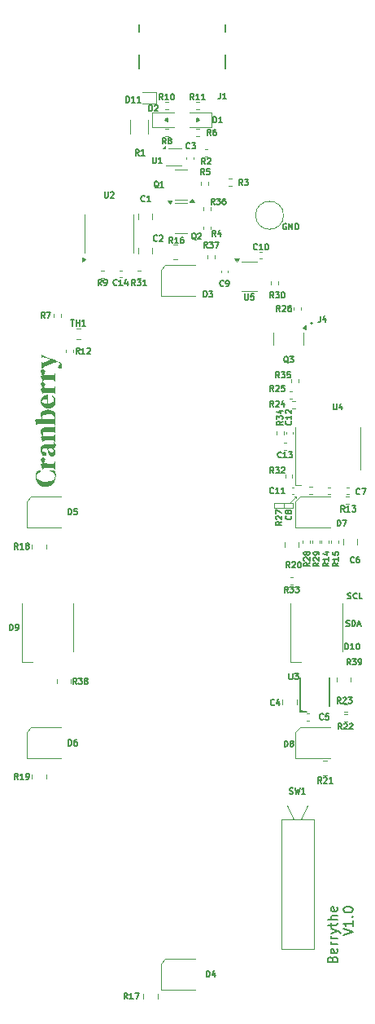
<source format=gbr>
%TF.GenerationSoftware,KiCad,Pcbnew,8.0.6*%
%TF.CreationDate,2024-11-04T21:33:26+05:30*%
%TF.ProjectId,Berrythe,42657272-7974-4686-952e-6b696361645f,rev?*%
%TF.SameCoordinates,Original*%
%TF.FileFunction,Legend,Top*%
%TF.FilePolarity,Positive*%
%FSLAX46Y46*%
G04 Gerber Fmt 4.6, Leading zero omitted, Abs format (unit mm)*
G04 Created by KiCad (PCBNEW 8.0.6) date 2024-11-04 21:33:26*
%MOMM*%
%LPD*%
G01*
G04 APERTURE LIST*
%ADD10C,0.100000*%
%ADD11C,0.200000*%
%ADD12C,0.152000*%
%ADD13C,0.120000*%
%ADD14C,0.150000*%
%ADD15C,0.127000*%
%ADD16C,0.000000*%
G04 APERTURE END LIST*
D10*
X91600000Y-120100000D02*
X93500000Y-120100000D01*
X93500000Y-120600000D01*
X91600000Y-120600000D01*
X91600000Y-120100000D01*
X93900000Y-119400000D02*
X93700000Y-119400000D01*
X93300000Y-120000000D02*
X93900000Y-119400000D01*
X93900000Y-119400000D02*
X93900000Y-119600000D01*
X92550000Y-120100000D02*
X92550000Y-120600000D01*
D11*
X97633465Y-167450627D02*
X97681084Y-167307770D01*
X97681084Y-167307770D02*
X97728703Y-167260151D01*
X97728703Y-167260151D02*
X97823941Y-167212532D01*
X97823941Y-167212532D02*
X97966798Y-167212532D01*
X97966798Y-167212532D02*
X98062036Y-167260151D01*
X98062036Y-167260151D02*
X98109656Y-167307770D01*
X98109656Y-167307770D02*
X98157275Y-167403008D01*
X98157275Y-167403008D02*
X98157275Y-167783960D01*
X98157275Y-167783960D02*
X97157275Y-167783960D01*
X97157275Y-167783960D02*
X97157275Y-167450627D01*
X97157275Y-167450627D02*
X97204894Y-167355389D01*
X97204894Y-167355389D02*
X97252513Y-167307770D01*
X97252513Y-167307770D02*
X97347751Y-167260151D01*
X97347751Y-167260151D02*
X97442989Y-167260151D01*
X97442989Y-167260151D02*
X97538227Y-167307770D01*
X97538227Y-167307770D02*
X97585846Y-167355389D01*
X97585846Y-167355389D02*
X97633465Y-167450627D01*
X97633465Y-167450627D02*
X97633465Y-167783960D01*
X98109656Y-166403008D02*
X98157275Y-166498246D01*
X98157275Y-166498246D02*
X98157275Y-166688722D01*
X98157275Y-166688722D02*
X98109656Y-166783960D01*
X98109656Y-166783960D02*
X98014417Y-166831579D01*
X98014417Y-166831579D02*
X97633465Y-166831579D01*
X97633465Y-166831579D02*
X97538227Y-166783960D01*
X97538227Y-166783960D02*
X97490608Y-166688722D01*
X97490608Y-166688722D02*
X97490608Y-166498246D01*
X97490608Y-166498246D02*
X97538227Y-166403008D01*
X97538227Y-166403008D02*
X97633465Y-166355389D01*
X97633465Y-166355389D02*
X97728703Y-166355389D01*
X97728703Y-166355389D02*
X97823941Y-166831579D01*
X98157275Y-165926817D02*
X97490608Y-165926817D01*
X97681084Y-165926817D02*
X97585846Y-165879198D01*
X97585846Y-165879198D02*
X97538227Y-165831579D01*
X97538227Y-165831579D02*
X97490608Y-165736341D01*
X97490608Y-165736341D02*
X97490608Y-165641103D01*
X98157275Y-165307769D02*
X97490608Y-165307769D01*
X97681084Y-165307769D02*
X97585846Y-165260150D01*
X97585846Y-165260150D02*
X97538227Y-165212531D01*
X97538227Y-165212531D02*
X97490608Y-165117293D01*
X97490608Y-165117293D02*
X97490608Y-165022055D01*
X97490608Y-164783959D02*
X98157275Y-164545864D01*
X97490608Y-164307769D02*
X98157275Y-164545864D01*
X98157275Y-164545864D02*
X98395370Y-164641102D01*
X98395370Y-164641102D02*
X98442989Y-164688721D01*
X98442989Y-164688721D02*
X98490608Y-164783959D01*
X97490608Y-164069673D02*
X97490608Y-163688721D01*
X97157275Y-163926816D02*
X98014417Y-163926816D01*
X98014417Y-163926816D02*
X98109656Y-163879197D01*
X98109656Y-163879197D02*
X98157275Y-163783959D01*
X98157275Y-163783959D02*
X98157275Y-163688721D01*
X98157275Y-163355387D02*
X97157275Y-163355387D01*
X98157275Y-162926816D02*
X97633465Y-162926816D01*
X97633465Y-162926816D02*
X97538227Y-162974435D01*
X97538227Y-162974435D02*
X97490608Y-163069673D01*
X97490608Y-163069673D02*
X97490608Y-163212530D01*
X97490608Y-163212530D02*
X97538227Y-163307768D01*
X97538227Y-163307768D02*
X97585846Y-163355387D01*
X98109656Y-162069673D02*
X98157275Y-162164911D01*
X98157275Y-162164911D02*
X98157275Y-162355387D01*
X98157275Y-162355387D02*
X98109656Y-162450625D01*
X98109656Y-162450625D02*
X98014417Y-162498244D01*
X98014417Y-162498244D02*
X97633465Y-162498244D01*
X97633465Y-162498244D02*
X97538227Y-162450625D01*
X97538227Y-162450625D02*
X97490608Y-162355387D01*
X97490608Y-162355387D02*
X97490608Y-162164911D01*
X97490608Y-162164911D02*
X97538227Y-162069673D01*
X97538227Y-162069673D02*
X97633465Y-162022054D01*
X97633465Y-162022054D02*
X97728703Y-162022054D01*
X97728703Y-162022054D02*
X97823941Y-162498244D01*
X98767219Y-164974434D02*
X99767219Y-164641101D01*
X99767219Y-164641101D02*
X98767219Y-164307768D01*
X99767219Y-163450625D02*
X99767219Y-164022053D01*
X99767219Y-163736339D02*
X98767219Y-163736339D01*
X98767219Y-163736339D02*
X98910076Y-163831577D01*
X98910076Y-163831577D02*
X99005314Y-163926815D01*
X99005314Y-163926815D02*
X99052933Y-164022053D01*
X99671980Y-163022053D02*
X99719600Y-162974434D01*
X99719600Y-162974434D02*
X99767219Y-163022053D01*
X99767219Y-163022053D02*
X99719600Y-163069672D01*
X99719600Y-163069672D02*
X99671980Y-163022053D01*
X99671980Y-163022053D02*
X99767219Y-163022053D01*
X98767219Y-162355387D02*
X98767219Y-162260149D01*
X98767219Y-162260149D02*
X98814838Y-162164911D01*
X98814838Y-162164911D02*
X98862457Y-162117292D01*
X98862457Y-162117292D02*
X98957695Y-162069673D01*
X98957695Y-162069673D02*
X99148171Y-162022054D01*
X99148171Y-162022054D02*
X99386266Y-162022054D01*
X99386266Y-162022054D02*
X99576742Y-162069673D01*
X99576742Y-162069673D02*
X99671980Y-162117292D01*
X99671980Y-162117292D02*
X99719600Y-162164911D01*
X99719600Y-162164911D02*
X99767219Y-162260149D01*
X99767219Y-162260149D02*
X99767219Y-162355387D01*
X99767219Y-162355387D02*
X99719600Y-162450625D01*
X99719600Y-162450625D02*
X99671980Y-162498244D01*
X99671980Y-162498244D02*
X99576742Y-162545863D01*
X99576742Y-162545863D02*
X99386266Y-162593482D01*
X99386266Y-162593482D02*
X99148171Y-162593482D01*
X99148171Y-162593482D02*
X98957695Y-162545863D01*
X98957695Y-162545863D02*
X98862457Y-162498244D01*
X98862457Y-162498244D02*
X98814838Y-162450625D01*
X98814838Y-162450625D02*
X98767219Y-162355387D01*
D12*
X96396666Y-100664293D02*
X96396666Y-101100007D01*
X96396666Y-101100007D02*
X96367619Y-101187150D01*
X96367619Y-101187150D02*
X96309523Y-101245246D01*
X96309523Y-101245246D02*
X96222381Y-101274293D01*
X96222381Y-101274293D02*
X96164285Y-101274293D01*
X96948571Y-100867626D02*
X96948571Y-101274293D01*
X96803333Y-100635246D02*
X96658095Y-101070960D01*
X96658095Y-101070960D02*
X97035714Y-101070960D01*
X70149762Y-121274293D02*
X70149762Y-120664293D01*
X70149762Y-120664293D02*
X70295000Y-120664293D01*
X70295000Y-120664293D02*
X70382143Y-120693341D01*
X70382143Y-120693341D02*
X70440238Y-120751436D01*
X70440238Y-120751436D02*
X70469285Y-120809531D01*
X70469285Y-120809531D02*
X70498333Y-120925722D01*
X70498333Y-120925722D02*
X70498333Y-121012865D01*
X70498333Y-121012865D02*
X70469285Y-121129055D01*
X70469285Y-121129055D02*
X70440238Y-121187150D01*
X70440238Y-121187150D02*
X70382143Y-121245246D01*
X70382143Y-121245246D02*
X70295000Y-121274293D01*
X70295000Y-121274293D02*
X70149762Y-121274293D01*
X71050238Y-120664293D02*
X70759762Y-120664293D01*
X70759762Y-120664293D02*
X70730714Y-120954769D01*
X70730714Y-120954769D02*
X70759762Y-120925722D01*
X70759762Y-120925722D02*
X70817857Y-120896674D01*
X70817857Y-120896674D02*
X70963095Y-120896674D01*
X70963095Y-120896674D02*
X71021190Y-120925722D01*
X71021190Y-120925722D02*
X71050238Y-120954769D01*
X71050238Y-120954769D02*
X71079285Y-121012865D01*
X71079285Y-121012865D02*
X71079285Y-121158103D01*
X71079285Y-121158103D02*
X71050238Y-121216198D01*
X71050238Y-121216198D02*
X71021190Y-121245246D01*
X71021190Y-121245246D02*
X70963095Y-121274293D01*
X70963095Y-121274293D02*
X70817857Y-121274293D01*
X70817857Y-121274293D02*
X70759762Y-121245246D01*
X70759762Y-121245246D02*
X70730714Y-121216198D01*
X85498333Y-92374293D02*
X85295000Y-92083817D01*
X85149762Y-92374293D02*
X85149762Y-91764293D01*
X85149762Y-91764293D02*
X85382143Y-91764293D01*
X85382143Y-91764293D02*
X85440238Y-91793341D01*
X85440238Y-91793341D02*
X85469285Y-91822388D01*
X85469285Y-91822388D02*
X85498333Y-91880484D01*
X85498333Y-91880484D02*
X85498333Y-91967626D01*
X85498333Y-91967626D02*
X85469285Y-92025722D01*
X85469285Y-92025722D02*
X85440238Y-92054769D01*
X85440238Y-92054769D02*
X85382143Y-92083817D01*
X85382143Y-92083817D02*
X85149762Y-92083817D01*
X86021190Y-91967626D02*
X86021190Y-92374293D01*
X85875952Y-91735246D02*
X85730714Y-92170960D01*
X85730714Y-92170960D02*
X86108333Y-92170960D01*
X80007857Y-78174293D02*
X79804524Y-77883817D01*
X79659286Y-78174293D02*
X79659286Y-77564293D01*
X79659286Y-77564293D02*
X79891667Y-77564293D01*
X79891667Y-77564293D02*
X79949762Y-77593341D01*
X79949762Y-77593341D02*
X79978809Y-77622388D01*
X79978809Y-77622388D02*
X80007857Y-77680484D01*
X80007857Y-77680484D02*
X80007857Y-77767626D01*
X80007857Y-77767626D02*
X79978809Y-77825722D01*
X79978809Y-77825722D02*
X79949762Y-77854769D01*
X79949762Y-77854769D02*
X79891667Y-77883817D01*
X79891667Y-77883817D02*
X79659286Y-77883817D01*
X80588809Y-78174293D02*
X80240238Y-78174293D01*
X80414524Y-78174293D02*
X80414524Y-77564293D01*
X80414524Y-77564293D02*
X80356428Y-77651436D01*
X80356428Y-77651436D02*
X80298333Y-77709531D01*
X80298333Y-77709531D02*
X80240238Y-77738579D01*
X80966428Y-77564293D02*
X81024523Y-77564293D01*
X81024523Y-77564293D02*
X81082619Y-77593341D01*
X81082619Y-77593341D02*
X81111666Y-77622388D01*
X81111666Y-77622388D02*
X81140714Y-77680484D01*
X81140714Y-77680484D02*
X81169761Y-77796674D01*
X81169761Y-77796674D02*
X81169761Y-77941912D01*
X81169761Y-77941912D02*
X81140714Y-78058103D01*
X81140714Y-78058103D02*
X81111666Y-78116198D01*
X81111666Y-78116198D02*
X81082619Y-78145246D01*
X81082619Y-78145246D02*
X81024523Y-78174293D01*
X81024523Y-78174293D02*
X80966428Y-78174293D01*
X80966428Y-78174293D02*
X80908333Y-78145246D01*
X80908333Y-78145246D02*
X80879285Y-78116198D01*
X80879285Y-78116198D02*
X80850238Y-78058103D01*
X80850238Y-78058103D02*
X80821190Y-77941912D01*
X80821190Y-77941912D02*
X80821190Y-77796674D01*
X80821190Y-77796674D02*
X80850238Y-77680484D01*
X80850238Y-77680484D02*
X80879285Y-77622388D01*
X80879285Y-77622388D02*
X80908333Y-77593341D01*
X80908333Y-77593341D02*
X80966428Y-77564293D01*
X92649762Y-145374293D02*
X92649762Y-144764293D01*
X92649762Y-144764293D02*
X92795000Y-144764293D01*
X92795000Y-144764293D02*
X92882143Y-144793341D01*
X92882143Y-144793341D02*
X92940238Y-144851436D01*
X92940238Y-144851436D02*
X92969285Y-144909531D01*
X92969285Y-144909531D02*
X92998333Y-145025722D01*
X92998333Y-145025722D02*
X92998333Y-145112865D01*
X92998333Y-145112865D02*
X92969285Y-145229055D01*
X92969285Y-145229055D02*
X92940238Y-145287150D01*
X92940238Y-145287150D02*
X92882143Y-145345246D01*
X92882143Y-145345246D02*
X92795000Y-145374293D01*
X92795000Y-145374293D02*
X92649762Y-145374293D01*
X93346904Y-145025722D02*
X93288809Y-144996674D01*
X93288809Y-144996674D02*
X93259762Y-144967626D01*
X93259762Y-144967626D02*
X93230714Y-144909531D01*
X93230714Y-144909531D02*
X93230714Y-144880484D01*
X93230714Y-144880484D02*
X93259762Y-144822388D01*
X93259762Y-144822388D02*
X93288809Y-144793341D01*
X93288809Y-144793341D02*
X93346904Y-144764293D01*
X93346904Y-144764293D02*
X93463095Y-144764293D01*
X93463095Y-144764293D02*
X93521190Y-144793341D01*
X93521190Y-144793341D02*
X93550238Y-144822388D01*
X93550238Y-144822388D02*
X93579285Y-144880484D01*
X93579285Y-144880484D02*
X93579285Y-144909531D01*
X93579285Y-144909531D02*
X93550238Y-144967626D01*
X93550238Y-144967626D02*
X93521190Y-144996674D01*
X93521190Y-144996674D02*
X93463095Y-145025722D01*
X93463095Y-145025722D02*
X93346904Y-145025722D01*
X93346904Y-145025722D02*
X93288809Y-145054769D01*
X93288809Y-145054769D02*
X93259762Y-145083817D01*
X93259762Y-145083817D02*
X93230714Y-145141912D01*
X93230714Y-145141912D02*
X93230714Y-145258103D01*
X93230714Y-145258103D02*
X93259762Y-145316198D01*
X93259762Y-145316198D02*
X93288809Y-145345246D01*
X93288809Y-145345246D02*
X93346904Y-145374293D01*
X93346904Y-145374293D02*
X93463095Y-145374293D01*
X93463095Y-145374293D02*
X93521190Y-145345246D01*
X93521190Y-145345246D02*
X93550238Y-145316198D01*
X93550238Y-145316198D02*
X93579285Y-145258103D01*
X93579285Y-145258103D02*
X93579285Y-145141912D01*
X93579285Y-145141912D02*
X93550238Y-145083817D01*
X93550238Y-145083817D02*
X93521190Y-145054769D01*
X93521190Y-145054769D02*
X93463095Y-145025722D01*
X64049762Y-133274293D02*
X64049762Y-132664293D01*
X64049762Y-132664293D02*
X64195000Y-132664293D01*
X64195000Y-132664293D02*
X64282143Y-132693341D01*
X64282143Y-132693341D02*
X64340238Y-132751436D01*
X64340238Y-132751436D02*
X64369285Y-132809531D01*
X64369285Y-132809531D02*
X64398333Y-132925722D01*
X64398333Y-132925722D02*
X64398333Y-133012865D01*
X64398333Y-133012865D02*
X64369285Y-133129055D01*
X64369285Y-133129055D02*
X64340238Y-133187150D01*
X64340238Y-133187150D02*
X64282143Y-133245246D01*
X64282143Y-133245246D02*
X64195000Y-133274293D01*
X64195000Y-133274293D02*
X64049762Y-133274293D01*
X64688809Y-133274293D02*
X64805000Y-133274293D01*
X64805000Y-133274293D02*
X64863095Y-133245246D01*
X64863095Y-133245246D02*
X64892143Y-133216198D01*
X64892143Y-133216198D02*
X64950238Y-133129055D01*
X64950238Y-133129055D02*
X64979285Y-133012865D01*
X64979285Y-133012865D02*
X64979285Y-132780484D01*
X64979285Y-132780484D02*
X64950238Y-132722388D01*
X64950238Y-132722388D02*
X64921190Y-132693341D01*
X64921190Y-132693341D02*
X64863095Y-132664293D01*
X64863095Y-132664293D02*
X64746904Y-132664293D01*
X64746904Y-132664293D02*
X64688809Y-132693341D01*
X64688809Y-132693341D02*
X64659762Y-132722388D01*
X64659762Y-132722388D02*
X64630714Y-132780484D01*
X64630714Y-132780484D02*
X64630714Y-132925722D01*
X64630714Y-132925722D02*
X64659762Y-132983817D01*
X64659762Y-132983817D02*
X64688809Y-133012865D01*
X64688809Y-133012865D02*
X64746904Y-133041912D01*
X64746904Y-133041912D02*
X64863095Y-133041912D01*
X64863095Y-133041912D02*
X64921190Y-133012865D01*
X64921190Y-133012865D02*
X64950238Y-132983817D01*
X64950238Y-132983817D02*
X64979285Y-132925722D01*
X97274293Y-126292142D02*
X96983817Y-126495475D01*
X97274293Y-126640713D02*
X96664293Y-126640713D01*
X96664293Y-126640713D02*
X96664293Y-126408332D01*
X96664293Y-126408332D02*
X96693341Y-126350237D01*
X96693341Y-126350237D02*
X96722388Y-126321190D01*
X96722388Y-126321190D02*
X96780484Y-126292142D01*
X96780484Y-126292142D02*
X96867626Y-126292142D01*
X96867626Y-126292142D02*
X96925722Y-126321190D01*
X96925722Y-126321190D02*
X96954769Y-126350237D01*
X96954769Y-126350237D02*
X96983817Y-126408332D01*
X96983817Y-126408332D02*
X96983817Y-126640713D01*
X97274293Y-125711190D02*
X97274293Y-126059761D01*
X97274293Y-125885475D02*
X96664293Y-125885475D01*
X96664293Y-125885475D02*
X96751436Y-125943571D01*
X96751436Y-125943571D02*
X96809531Y-126001666D01*
X96809531Y-126001666D02*
X96838579Y-126059761D01*
X96867626Y-125188333D02*
X97274293Y-125188333D01*
X96635246Y-125333571D02*
X97070960Y-125478809D01*
X97070960Y-125478809D02*
X97070960Y-125101190D01*
X97735238Y-109764293D02*
X97735238Y-110258103D01*
X97735238Y-110258103D02*
X97764285Y-110316198D01*
X97764285Y-110316198D02*
X97793333Y-110345246D01*
X97793333Y-110345246D02*
X97851428Y-110374293D01*
X97851428Y-110374293D02*
X97967619Y-110374293D01*
X97967619Y-110374293D02*
X98025714Y-110345246D01*
X98025714Y-110345246D02*
X98054761Y-110316198D01*
X98054761Y-110316198D02*
X98083809Y-110258103D01*
X98083809Y-110258103D02*
X98083809Y-109764293D01*
X98635714Y-109967626D02*
X98635714Y-110374293D01*
X98490476Y-109735246D02*
X98345238Y-110170960D01*
X98345238Y-110170960D02*
X98722857Y-110170960D01*
X98907857Y-120974293D02*
X98704524Y-120683817D01*
X98559286Y-120974293D02*
X98559286Y-120364293D01*
X98559286Y-120364293D02*
X98791667Y-120364293D01*
X98791667Y-120364293D02*
X98849762Y-120393341D01*
X98849762Y-120393341D02*
X98878809Y-120422388D01*
X98878809Y-120422388D02*
X98907857Y-120480484D01*
X98907857Y-120480484D02*
X98907857Y-120567626D01*
X98907857Y-120567626D02*
X98878809Y-120625722D01*
X98878809Y-120625722D02*
X98849762Y-120654769D01*
X98849762Y-120654769D02*
X98791667Y-120683817D01*
X98791667Y-120683817D02*
X98559286Y-120683817D01*
X99488809Y-120974293D02*
X99140238Y-120974293D01*
X99314524Y-120974293D02*
X99314524Y-120364293D01*
X99314524Y-120364293D02*
X99256428Y-120451436D01*
X99256428Y-120451436D02*
X99198333Y-120509531D01*
X99198333Y-120509531D02*
X99140238Y-120538579D01*
X99692142Y-120364293D02*
X100069761Y-120364293D01*
X100069761Y-120364293D02*
X99866428Y-120596674D01*
X99866428Y-120596674D02*
X99953571Y-120596674D01*
X99953571Y-120596674D02*
X100011666Y-120625722D01*
X100011666Y-120625722D02*
X100040714Y-120654769D01*
X100040714Y-120654769D02*
X100069761Y-120712865D01*
X100069761Y-120712865D02*
X100069761Y-120858103D01*
X100069761Y-120858103D02*
X100040714Y-120916198D01*
X100040714Y-120916198D02*
X100011666Y-120945246D01*
X100011666Y-120945246D02*
X99953571Y-120974293D01*
X99953571Y-120974293D02*
X99779285Y-120974293D01*
X99779285Y-120974293D02*
X99721190Y-120945246D01*
X99721190Y-120945246D02*
X99692142Y-120916198D01*
X92307857Y-115316198D02*
X92278809Y-115345246D01*
X92278809Y-115345246D02*
X92191667Y-115374293D01*
X92191667Y-115374293D02*
X92133571Y-115374293D01*
X92133571Y-115374293D02*
X92046428Y-115345246D01*
X92046428Y-115345246D02*
X91988333Y-115287150D01*
X91988333Y-115287150D02*
X91959286Y-115229055D01*
X91959286Y-115229055D02*
X91930238Y-115112865D01*
X91930238Y-115112865D02*
X91930238Y-115025722D01*
X91930238Y-115025722D02*
X91959286Y-114909531D01*
X91959286Y-114909531D02*
X91988333Y-114851436D01*
X91988333Y-114851436D02*
X92046428Y-114793341D01*
X92046428Y-114793341D02*
X92133571Y-114764293D01*
X92133571Y-114764293D02*
X92191667Y-114764293D01*
X92191667Y-114764293D02*
X92278809Y-114793341D01*
X92278809Y-114793341D02*
X92307857Y-114822388D01*
X92888809Y-115374293D02*
X92540238Y-115374293D01*
X92714524Y-115374293D02*
X92714524Y-114764293D01*
X92714524Y-114764293D02*
X92656428Y-114851436D01*
X92656428Y-114851436D02*
X92598333Y-114909531D01*
X92598333Y-114909531D02*
X92540238Y-114938579D01*
X93092142Y-114764293D02*
X93469761Y-114764293D01*
X93469761Y-114764293D02*
X93266428Y-114996674D01*
X93266428Y-114996674D02*
X93353571Y-114996674D01*
X93353571Y-114996674D02*
X93411666Y-115025722D01*
X93411666Y-115025722D02*
X93440714Y-115054769D01*
X93440714Y-115054769D02*
X93469761Y-115112865D01*
X93469761Y-115112865D02*
X93469761Y-115258103D01*
X93469761Y-115258103D02*
X93440714Y-115316198D01*
X93440714Y-115316198D02*
X93411666Y-115345246D01*
X93411666Y-115345246D02*
X93353571Y-115374293D01*
X93353571Y-115374293D02*
X93179285Y-115374293D01*
X93179285Y-115374293D02*
X93121190Y-115345246D01*
X93121190Y-115345246D02*
X93092142Y-115316198D01*
X84998333Y-81874293D02*
X84795000Y-81583817D01*
X84649762Y-81874293D02*
X84649762Y-81264293D01*
X84649762Y-81264293D02*
X84882143Y-81264293D01*
X84882143Y-81264293D02*
X84940238Y-81293341D01*
X84940238Y-81293341D02*
X84969285Y-81322388D01*
X84969285Y-81322388D02*
X84998333Y-81380484D01*
X84998333Y-81380484D02*
X84998333Y-81467626D01*
X84998333Y-81467626D02*
X84969285Y-81525722D01*
X84969285Y-81525722D02*
X84940238Y-81554769D01*
X84940238Y-81554769D02*
X84882143Y-81583817D01*
X84882143Y-81583817D02*
X84649762Y-81583817D01*
X85521190Y-81264293D02*
X85405000Y-81264293D01*
X85405000Y-81264293D02*
X85346904Y-81293341D01*
X85346904Y-81293341D02*
X85317857Y-81322388D01*
X85317857Y-81322388D02*
X85259762Y-81409531D01*
X85259762Y-81409531D02*
X85230714Y-81525722D01*
X85230714Y-81525722D02*
X85230714Y-81758103D01*
X85230714Y-81758103D02*
X85259762Y-81816198D01*
X85259762Y-81816198D02*
X85288809Y-81845246D01*
X85288809Y-81845246D02*
X85346904Y-81874293D01*
X85346904Y-81874293D02*
X85463095Y-81874293D01*
X85463095Y-81874293D02*
X85521190Y-81845246D01*
X85521190Y-81845246D02*
X85550238Y-81816198D01*
X85550238Y-81816198D02*
X85579285Y-81758103D01*
X85579285Y-81758103D02*
X85579285Y-81612865D01*
X85579285Y-81612865D02*
X85550238Y-81554769D01*
X85550238Y-81554769D02*
X85521190Y-81525722D01*
X85521190Y-81525722D02*
X85463095Y-81496674D01*
X85463095Y-81496674D02*
X85346904Y-81496674D01*
X85346904Y-81496674D02*
X85288809Y-81525722D01*
X85288809Y-81525722D02*
X85259762Y-81554769D01*
X85259762Y-81554769D02*
X85230714Y-81612865D01*
X71307857Y-104574293D02*
X71104524Y-104283817D01*
X70959286Y-104574293D02*
X70959286Y-103964293D01*
X70959286Y-103964293D02*
X71191667Y-103964293D01*
X71191667Y-103964293D02*
X71249762Y-103993341D01*
X71249762Y-103993341D02*
X71278809Y-104022388D01*
X71278809Y-104022388D02*
X71307857Y-104080484D01*
X71307857Y-104080484D02*
X71307857Y-104167626D01*
X71307857Y-104167626D02*
X71278809Y-104225722D01*
X71278809Y-104225722D02*
X71249762Y-104254769D01*
X71249762Y-104254769D02*
X71191667Y-104283817D01*
X71191667Y-104283817D02*
X70959286Y-104283817D01*
X71888809Y-104574293D02*
X71540238Y-104574293D01*
X71714524Y-104574293D02*
X71714524Y-103964293D01*
X71714524Y-103964293D02*
X71656428Y-104051436D01*
X71656428Y-104051436D02*
X71598333Y-104109531D01*
X71598333Y-104109531D02*
X71540238Y-104138579D01*
X72121190Y-104022388D02*
X72150238Y-103993341D01*
X72150238Y-103993341D02*
X72208333Y-103964293D01*
X72208333Y-103964293D02*
X72353571Y-103964293D01*
X72353571Y-103964293D02*
X72411666Y-103993341D01*
X72411666Y-103993341D02*
X72440714Y-104022388D01*
X72440714Y-104022388D02*
X72469761Y-104080484D01*
X72469761Y-104080484D02*
X72469761Y-104138579D01*
X72469761Y-104138579D02*
X72440714Y-104225722D01*
X72440714Y-104225722D02*
X72092142Y-104574293D01*
X72092142Y-104574293D02*
X72469761Y-104574293D01*
X81007857Y-93074293D02*
X80804524Y-92783817D01*
X80659286Y-93074293D02*
X80659286Y-92464293D01*
X80659286Y-92464293D02*
X80891667Y-92464293D01*
X80891667Y-92464293D02*
X80949762Y-92493341D01*
X80949762Y-92493341D02*
X80978809Y-92522388D01*
X80978809Y-92522388D02*
X81007857Y-92580484D01*
X81007857Y-92580484D02*
X81007857Y-92667626D01*
X81007857Y-92667626D02*
X80978809Y-92725722D01*
X80978809Y-92725722D02*
X80949762Y-92754769D01*
X80949762Y-92754769D02*
X80891667Y-92783817D01*
X80891667Y-92783817D02*
X80659286Y-92783817D01*
X81588809Y-93074293D02*
X81240238Y-93074293D01*
X81414524Y-93074293D02*
X81414524Y-92464293D01*
X81414524Y-92464293D02*
X81356428Y-92551436D01*
X81356428Y-92551436D02*
X81298333Y-92609531D01*
X81298333Y-92609531D02*
X81240238Y-92638579D01*
X82111666Y-92464293D02*
X81995476Y-92464293D01*
X81995476Y-92464293D02*
X81937380Y-92493341D01*
X81937380Y-92493341D02*
X81908333Y-92522388D01*
X81908333Y-92522388D02*
X81850238Y-92609531D01*
X81850238Y-92609531D02*
X81821190Y-92725722D01*
X81821190Y-92725722D02*
X81821190Y-92958103D01*
X81821190Y-92958103D02*
X81850238Y-93016198D01*
X81850238Y-93016198D02*
X81879285Y-93045246D01*
X81879285Y-93045246D02*
X81937380Y-93074293D01*
X81937380Y-93074293D02*
X82053571Y-93074293D01*
X82053571Y-93074293D02*
X82111666Y-93045246D01*
X82111666Y-93045246D02*
X82140714Y-93016198D01*
X82140714Y-93016198D02*
X82169761Y-92958103D01*
X82169761Y-92958103D02*
X82169761Y-92812865D01*
X82169761Y-92812865D02*
X82140714Y-92754769D01*
X82140714Y-92754769D02*
X82111666Y-92725722D01*
X82111666Y-92725722D02*
X82053571Y-92696674D01*
X82053571Y-92696674D02*
X81937380Y-92696674D01*
X81937380Y-92696674D02*
X81879285Y-92725722D01*
X81879285Y-92725722D02*
X81850238Y-92754769D01*
X81850238Y-92754769D02*
X81821190Y-92812865D01*
X78935238Y-84164293D02*
X78935238Y-84658103D01*
X78935238Y-84658103D02*
X78964285Y-84716198D01*
X78964285Y-84716198D02*
X78993333Y-84745246D01*
X78993333Y-84745246D02*
X79051428Y-84774293D01*
X79051428Y-84774293D02*
X79167619Y-84774293D01*
X79167619Y-84774293D02*
X79225714Y-84745246D01*
X79225714Y-84745246D02*
X79254761Y-84716198D01*
X79254761Y-84716198D02*
X79283809Y-84658103D01*
X79283809Y-84658103D02*
X79283809Y-84164293D01*
X79893809Y-84774293D02*
X79545238Y-84774293D01*
X79719524Y-84774293D02*
X79719524Y-84164293D01*
X79719524Y-84164293D02*
X79661428Y-84251436D01*
X79661428Y-84251436D02*
X79603333Y-84309531D01*
X79603333Y-84309531D02*
X79545238Y-84338579D01*
X96274293Y-126292142D02*
X95983817Y-126495475D01*
X96274293Y-126640713D02*
X95664293Y-126640713D01*
X95664293Y-126640713D02*
X95664293Y-126408332D01*
X95664293Y-126408332D02*
X95693341Y-126350237D01*
X95693341Y-126350237D02*
X95722388Y-126321190D01*
X95722388Y-126321190D02*
X95780484Y-126292142D01*
X95780484Y-126292142D02*
X95867626Y-126292142D01*
X95867626Y-126292142D02*
X95925722Y-126321190D01*
X95925722Y-126321190D02*
X95954769Y-126350237D01*
X95954769Y-126350237D02*
X95983817Y-126408332D01*
X95983817Y-126408332D02*
X95983817Y-126640713D01*
X95722388Y-126059761D02*
X95693341Y-126030713D01*
X95693341Y-126030713D02*
X95664293Y-125972618D01*
X95664293Y-125972618D02*
X95664293Y-125827380D01*
X95664293Y-125827380D02*
X95693341Y-125769285D01*
X95693341Y-125769285D02*
X95722388Y-125740237D01*
X95722388Y-125740237D02*
X95780484Y-125711190D01*
X95780484Y-125711190D02*
X95838579Y-125711190D01*
X95838579Y-125711190D02*
X95925722Y-125740237D01*
X95925722Y-125740237D02*
X96274293Y-126088809D01*
X96274293Y-126088809D02*
X96274293Y-125711190D01*
X96274293Y-125420714D02*
X96274293Y-125304523D01*
X96274293Y-125304523D02*
X96245246Y-125246428D01*
X96245246Y-125246428D02*
X96216198Y-125217380D01*
X96216198Y-125217380D02*
X96129055Y-125159285D01*
X96129055Y-125159285D02*
X96012865Y-125130238D01*
X96012865Y-125130238D02*
X95780484Y-125130238D01*
X95780484Y-125130238D02*
X95722388Y-125159285D01*
X95722388Y-125159285D02*
X95693341Y-125188333D01*
X95693341Y-125188333D02*
X95664293Y-125246428D01*
X95664293Y-125246428D02*
X95664293Y-125362619D01*
X95664293Y-125362619D02*
X95693341Y-125420714D01*
X95693341Y-125420714D02*
X95722388Y-125449761D01*
X95722388Y-125449761D02*
X95780484Y-125478809D01*
X95780484Y-125478809D02*
X95925722Y-125478809D01*
X95925722Y-125478809D02*
X95983817Y-125449761D01*
X95983817Y-125449761D02*
X96012865Y-125420714D01*
X96012865Y-125420714D02*
X96041912Y-125362619D01*
X96041912Y-125362619D02*
X96041912Y-125246428D01*
X96041912Y-125246428D02*
X96012865Y-125188333D01*
X96012865Y-125188333D02*
X95983817Y-125159285D01*
X95983817Y-125159285D02*
X95925722Y-125130238D01*
X85377857Y-89074293D02*
X85174524Y-88783817D01*
X85029286Y-89074293D02*
X85029286Y-88464293D01*
X85029286Y-88464293D02*
X85261667Y-88464293D01*
X85261667Y-88464293D02*
X85319762Y-88493341D01*
X85319762Y-88493341D02*
X85348809Y-88522388D01*
X85348809Y-88522388D02*
X85377857Y-88580484D01*
X85377857Y-88580484D02*
X85377857Y-88667626D01*
X85377857Y-88667626D02*
X85348809Y-88725722D01*
X85348809Y-88725722D02*
X85319762Y-88754769D01*
X85319762Y-88754769D02*
X85261667Y-88783817D01*
X85261667Y-88783817D02*
X85029286Y-88783817D01*
X85581190Y-88464293D02*
X85958809Y-88464293D01*
X85958809Y-88464293D02*
X85755476Y-88696674D01*
X85755476Y-88696674D02*
X85842619Y-88696674D01*
X85842619Y-88696674D02*
X85900714Y-88725722D01*
X85900714Y-88725722D02*
X85929762Y-88754769D01*
X85929762Y-88754769D02*
X85958809Y-88812865D01*
X85958809Y-88812865D02*
X85958809Y-88958103D01*
X85958809Y-88958103D02*
X85929762Y-89016198D01*
X85929762Y-89016198D02*
X85900714Y-89045246D01*
X85900714Y-89045246D02*
X85842619Y-89074293D01*
X85842619Y-89074293D02*
X85668333Y-89074293D01*
X85668333Y-89074293D02*
X85610238Y-89045246D01*
X85610238Y-89045246D02*
X85581190Y-89016198D01*
X86481666Y-88464293D02*
X86365476Y-88464293D01*
X86365476Y-88464293D02*
X86307380Y-88493341D01*
X86307380Y-88493341D02*
X86278333Y-88522388D01*
X86278333Y-88522388D02*
X86220238Y-88609531D01*
X86220238Y-88609531D02*
X86191190Y-88725722D01*
X86191190Y-88725722D02*
X86191190Y-88958103D01*
X86191190Y-88958103D02*
X86220238Y-89016198D01*
X86220238Y-89016198D02*
X86249285Y-89045246D01*
X86249285Y-89045246D02*
X86307380Y-89074293D01*
X86307380Y-89074293D02*
X86423571Y-89074293D01*
X86423571Y-89074293D02*
X86481666Y-89045246D01*
X86481666Y-89045246D02*
X86510714Y-89016198D01*
X86510714Y-89016198D02*
X86539761Y-88958103D01*
X86539761Y-88958103D02*
X86539761Y-88812865D01*
X86539761Y-88812865D02*
X86510714Y-88754769D01*
X86510714Y-88754769D02*
X86481666Y-88725722D01*
X86481666Y-88725722D02*
X86423571Y-88696674D01*
X86423571Y-88696674D02*
X86307380Y-88696674D01*
X86307380Y-88696674D02*
X86249285Y-88725722D01*
X86249285Y-88725722D02*
X86220238Y-88754769D01*
X86220238Y-88754769D02*
X86191190Y-88812865D01*
X96698333Y-142516198D02*
X96669285Y-142545246D01*
X96669285Y-142545246D02*
X96582143Y-142574293D01*
X96582143Y-142574293D02*
X96524047Y-142574293D01*
X96524047Y-142574293D02*
X96436904Y-142545246D01*
X96436904Y-142545246D02*
X96378809Y-142487150D01*
X96378809Y-142487150D02*
X96349762Y-142429055D01*
X96349762Y-142429055D02*
X96320714Y-142312865D01*
X96320714Y-142312865D02*
X96320714Y-142225722D01*
X96320714Y-142225722D02*
X96349762Y-142109531D01*
X96349762Y-142109531D02*
X96378809Y-142051436D01*
X96378809Y-142051436D02*
X96436904Y-141993341D01*
X96436904Y-141993341D02*
X96524047Y-141964293D01*
X96524047Y-141964293D02*
X96582143Y-141964293D01*
X96582143Y-141964293D02*
X96669285Y-141993341D01*
X96669285Y-141993341D02*
X96698333Y-142022388D01*
X97250238Y-141964293D02*
X96959762Y-141964293D01*
X96959762Y-141964293D02*
X96930714Y-142254769D01*
X96930714Y-142254769D02*
X96959762Y-142225722D01*
X96959762Y-142225722D02*
X97017857Y-142196674D01*
X97017857Y-142196674D02*
X97163095Y-142196674D01*
X97163095Y-142196674D02*
X97221190Y-142225722D01*
X97221190Y-142225722D02*
X97250238Y-142254769D01*
X97250238Y-142254769D02*
X97279285Y-142312865D01*
X97279285Y-142312865D02*
X97279285Y-142458103D01*
X97279285Y-142458103D02*
X97250238Y-142516198D01*
X97250238Y-142516198D02*
X97221190Y-142545246D01*
X97221190Y-142545246D02*
X97163095Y-142574293D01*
X97163095Y-142574293D02*
X97017857Y-142574293D01*
X97017857Y-142574293D02*
X96959762Y-142545246D01*
X96959762Y-142545246D02*
X96930714Y-142516198D01*
X83441904Y-92732388D02*
X83383809Y-92703341D01*
X83383809Y-92703341D02*
X83325714Y-92645246D01*
X83325714Y-92645246D02*
X83238571Y-92558103D01*
X83238571Y-92558103D02*
X83180476Y-92529055D01*
X83180476Y-92529055D02*
X83122380Y-92529055D01*
X83151428Y-92674293D02*
X83093333Y-92645246D01*
X83093333Y-92645246D02*
X83035238Y-92587150D01*
X83035238Y-92587150D02*
X83006190Y-92470960D01*
X83006190Y-92470960D02*
X83006190Y-92267626D01*
X83006190Y-92267626D02*
X83035238Y-92151436D01*
X83035238Y-92151436D02*
X83093333Y-92093341D01*
X83093333Y-92093341D02*
X83151428Y-92064293D01*
X83151428Y-92064293D02*
X83267619Y-92064293D01*
X83267619Y-92064293D02*
X83325714Y-92093341D01*
X83325714Y-92093341D02*
X83383809Y-92151436D01*
X83383809Y-92151436D02*
X83412857Y-92267626D01*
X83412857Y-92267626D02*
X83412857Y-92470960D01*
X83412857Y-92470960D02*
X83383809Y-92587150D01*
X83383809Y-92587150D02*
X83325714Y-92645246D01*
X83325714Y-92645246D02*
X83267619Y-92674293D01*
X83267619Y-92674293D02*
X83151428Y-92674293D01*
X83645238Y-92122388D02*
X83674286Y-92093341D01*
X83674286Y-92093341D02*
X83732381Y-92064293D01*
X83732381Y-92064293D02*
X83877619Y-92064293D01*
X83877619Y-92064293D02*
X83935714Y-92093341D01*
X83935714Y-92093341D02*
X83964762Y-92122388D01*
X83964762Y-92122388D02*
X83993809Y-92180484D01*
X83993809Y-92180484D02*
X83993809Y-92238579D01*
X83993809Y-92238579D02*
X83964762Y-92325722D01*
X83964762Y-92325722D02*
X83616190Y-92674293D01*
X83616190Y-92674293D02*
X83993809Y-92674293D01*
X99507857Y-136874293D02*
X99304524Y-136583817D01*
X99159286Y-136874293D02*
X99159286Y-136264293D01*
X99159286Y-136264293D02*
X99391667Y-136264293D01*
X99391667Y-136264293D02*
X99449762Y-136293341D01*
X99449762Y-136293341D02*
X99478809Y-136322388D01*
X99478809Y-136322388D02*
X99507857Y-136380484D01*
X99507857Y-136380484D02*
X99507857Y-136467626D01*
X99507857Y-136467626D02*
X99478809Y-136525722D01*
X99478809Y-136525722D02*
X99449762Y-136554769D01*
X99449762Y-136554769D02*
X99391667Y-136583817D01*
X99391667Y-136583817D02*
X99159286Y-136583817D01*
X99711190Y-136264293D02*
X100088809Y-136264293D01*
X100088809Y-136264293D02*
X99885476Y-136496674D01*
X99885476Y-136496674D02*
X99972619Y-136496674D01*
X99972619Y-136496674D02*
X100030714Y-136525722D01*
X100030714Y-136525722D02*
X100059762Y-136554769D01*
X100059762Y-136554769D02*
X100088809Y-136612865D01*
X100088809Y-136612865D02*
X100088809Y-136758103D01*
X100088809Y-136758103D02*
X100059762Y-136816198D01*
X100059762Y-136816198D02*
X100030714Y-136845246D01*
X100030714Y-136845246D02*
X99972619Y-136874293D01*
X99972619Y-136874293D02*
X99798333Y-136874293D01*
X99798333Y-136874293D02*
X99740238Y-136845246D01*
X99740238Y-136845246D02*
X99711190Y-136816198D01*
X100379285Y-136874293D02*
X100495476Y-136874293D01*
X100495476Y-136874293D02*
X100553571Y-136845246D01*
X100553571Y-136845246D02*
X100582619Y-136816198D01*
X100582619Y-136816198D02*
X100640714Y-136729055D01*
X100640714Y-136729055D02*
X100669761Y-136612865D01*
X100669761Y-136612865D02*
X100669761Y-136380484D01*
X100669761Y-136380484D02*
X100640714Y-136322388D01*
X100640714Y-136322388D02*
X100611666Y-136293341D01*
X100611666Y-136293341D02*
X100553571Y-136264293D01*
X100553571Y-136264293D02*
X100437380Y-136264293D01*
X100437380Y-136264293D02*
X100379285Y-136293341D01*
X100379285Y-136293341D02*
X100350238Y-136322388D01*
X100350238Y-136322388D02*
X100321190Y-136380484D01*
X100321190Y-136380484D02*
X100321190Y-136525722D01*
X100321190Y-136525722D02*
X100350238Y-136583817D01*
X100350238Y-136583817D02*
X100379285Y-136612865D01*
X100379285Y-136612865D02*
X100437380Y-136641912D01*
X100437380Y-136641912D02*
X100553571Y-136641912D01*
X100553571Y-136641912D02*
X100611666Y-136612865D01*
X100611666Y-136612865D02*
X100640714Y-136583817D01*
X100640714Y-136583817D02*
X100669761Y-136525722D01*
X78549762Y-79374293D02*
X78549762Y-78764293D01*
X78549762Y-78764293D02*
X78695000Y-78764293D01*
X78695000Y-78764293D02*
X78782143Y-78793341D01*
X78782143Y-78793341D02*
X78840238Y-78851436D01*
X78840238Y-78851436D02*
X78869285Y-78909531D01*
X78869285Y-78909531D02*
X78898333Y-79025722D01*
X78898333Y-79025722D02*
X78898333Y-79112865D01*
X78898333Y-79112865D02*
X78869285Y-79229055D01*
X78869285Y-79229055D02*
X78840238Y-79287150D01*
X78840238Y-79287150D02*
X78782143Y-79345246D01*
X78782143Y-79345246D02*
X78695000Y-79374293D01*
X78695000Y-79374293D02*
X78549762Y-79374293D01*
X79130714Y-78822388D02*
X79159762Y-78793341D01*
X79159762Y-78793341D02*
X79217857Y-78764293D01*
X79217857Y-78764293D02*
X79363095Y-78764293D01*
X79363095Y-78764293D02*
X79421190Y-78793341D01*
X79421190Y-78793341D02*
X79450238Y-78822388D01*
X79450238Y-78822388D02*
X79479285Y-78880484D01*
X79479285Y-78880484D02*
X79479285Y-78938579D01*
X79479285Y-78938579D02*
X79450238Y-79025722D01*
X79450238Y-79025722D02*
X79101666Y-79374293D01*
X79101666Y-79374293D02*
X79479285Y-79374293D01*
X98959286Y-135274293D02*
X98959286Y-134664293D01*
X98959286Y-134664293D02*
X99104524Y-134664293D01*
X99104524Y-134664293D02*
X99191667Y-134693341D01*
X99191667Y-134693341D02*
X99249762Y-134751436D01*
X99249762Y-134751436D02*
X99278809Y-134809531D01*
X99278809Y-134809531D02*
X99307857Y-134925722D01*
X99307857Y-134925722D02*
X99307857Y-135012865D01*
X99307857Y-135012865D02*
X99278809Y-135129055D01*
X99278809Y-135129055D02*
X99249762Y-135187150D01*
X99249762Y-135187150D02*
X99191667Y-135245246D01*
X99191667Y-135245246D02*
X99104524Y-135274293D01*
X99104524Y-135274293D02*
X98959286Y-135274293D01*
X99888809Y-135274293D02*
X99540238Y-135274293D01*
X99714524Y-135274293D02*
X99714524Y-134664293D01*
X99714524Y-134664293D02*
X99656428Y-134751436D01*
X99656428Y-134751436D02*
X99598333Y-134809531D01*
X99598333Y-134809531D02*
X99540238Y-134838579D01*
X100266428Y-134664293D02*
X100324523Y-134664293D01*
X100324523Y-134664293D02*
X100382619Y-134693341D01*
X100382619Y-134693341D02*
X100411666Y-134722388D01*
X100411666Y-134722388D02*
X100440714Y-134780484D01*
X100440714Y-134780484D02*
X100469761Y-134896674D01*
X100469761Y-134896674D02*
X100469761Y-135041912D01*
X100469761Y-135041912D02*
X100440714Y-135158103D01*
X100440714Y-135158103D02*
X100411666Y-135216198D01*
X100411666Y-135216198D02*
X100382619Y-135245246D01*
X100382619Y-135245246D02*
X100324523Y-135274293D01*
X100324523Y-135274293D02*
X100266428Y-135274293D01*
X100266428Y-135274293D02*
X100208333Y-135245246D01*
X100208333Y-135245246D02*
X100179285Y-135216198D01*
X100179285Y-135216198D02*
X100150238Y-135158103D01*
X100150238Y-135158103D02*
X100121190Y-135041912D01*
X100121190Y-135041912D02*
X100121190Y-134896674D01*
X100121190Y-134896674D02*
X100150238Y-134780484D01*
X100150238Y-134780484D02*
X100179285Y-134722388D01*
X100179285Y-134722388D02*
X100208333Y-134693341D01*
X100208333Y-134693341D02*
X100266428Y-134664293D01*
X73598333Y-97474293D02*
X73395000Y-97183817D01*
X73249762Y-97474293D02*
X73249762Y-96864293D01*
X73249762Y-96864293D02*
X73482143Y-96864293D01*
X73482143Y-96864293D02*
X73540238Y-96893341D01*
X73540238Y-96893341D02*
X73569285Y-96922388D01*
X73569285Y-96922388D02*
X73598333Y-96980484D01*
X73598333Y-96980484D02*
X73598333Y-97067626D01*
X73598333Y-97067626D02*
X73569285Y-97125722D01*
X73569285Y-97125722D02*
X73540238Y-97154769D01*
X73540238Y-97154769D02*
X73482143Y-97183817D01*
X73482143Y-97183817D02*
X73249762Y-97183817D01*
X73888809Y-97474293D02*
X74005000Y-97474293D01*
X74005000Y-97474293D02*
X74063095Y-97445246D01*
X74063095Y-97445246D02*
X74092143Y-97416198D01*
X74092143Y-97416198D02*
X74150238Y-97329055D01*
X74150238Y-97329055D02*
X74179285Y-97212865D01*
X74179285Y-97212865D02*
X74179285Y-96980484D01*
X74179285Y-96980484D02*
X74150238Y-96922388D01*
X74150238Y-96922388D02*
X74121190Y-96893341D01*
X74121190Y-96893341D02*
X74063095Y-96864293D01*
X74063095Y-96864293D02*
X73946904Y-96864293D01*
X73946904Y-96864293D02*
X73888809Y-96893341D01*
X73888809Y-96893341D02*
X73859762Y-96922388D01*
X73859762Y-96922388D02*
X73830714Y-96980484D01*
X73830714Y-96980484D02*
X73830714Y-97125722D01*
X73830714Y-97125722D02*
X73859762Y-97183817D01*
X73859762Y-97183817D02*
X73888809Y-97212865D01*
X73888809Y-97212865D02*
X73946904Y-97241912D01*
X73946904Y-97241912D02*
X74063095Y-97241912D01*
X74063095Y-97241912D02*
X74121190Y-97212865D01*
X74121190Y-97212865D02*
X74150238Y-97183817D01*
X74150238Y-97183817D02*
X74179285Y-97125722D01*
X67698333Y-100874293D02*
X67495000Y-100583817D01*
X67349762Y-100874293D02*
X67349762Y-100264293D01*
X67349762Y-100264293D02*
X67582143Y-100264293D01*
X67582143Y-100264293D02*
X67640238Y-100293341D01*
X67640238Y-100293341D02*
X67669285Y-100322388D01*
X67669285Y-100322388D02*
X67698333Y-100380484D01*
X67698333Y-100380484D02*
X67698333Y-100467626D01*
X67698333Y-100467626D02*
X67669285Y-100525722D01*
X67669285Y-100525722D02*
X67640238Y-100554769D01*
X67640238Y-100554769D02*
X67582143Y-100583817D01*
X67582143Y-100583817D02*
X67349762Y-100583817D01*
X67901666Y-100264293D02*
X68308333Y-100264293D01*
X68308333Y-100264293D02*
X68046904Y-100874293D01*
X93316198Y-121401666D02*
X93345246Y-121430714D01*
X93345246Y-121430714D02*
X93374293Y-121517856D01*
X93374293Y-121517856D02*
X93374293Y-121575952D01*
X93374293Y-121575952D02*
X93345246Y-121663095D01*
X93345246Y-121663095D02*
X93287150Y-121721190D01*
X93287150Y-121721190D02*
X93229055Y-121750237D01*
X93229055Y-121750237D02*
X93112865Y-121779285D01*
X93112865Y-121779285D02*
X93025722Y-121779285D01*
X93025722Y-121779285D02*
X92909531Y-121750237D01*
X92909531Y-121750237D02*
X92851436Y-121721190D01*
X92851436Y-121721190D02*
X92793341Y-121663095D01*
X92793341Y-121663095D02*
X92764293Y-121575952D01*
X92764293Y-121575952D02*
X92764293Y-121517856D01*
X92764293Y-121517856D02*
X92793341Y-121430714D01*
X92793341Y-121430714D02*
X92822388Y-121401666D01*
X93025722Y-121053095D02*
X92996674Y-121111190D01*
X92996674Y-121111190D02*
X92967626Y-121140237D01*
X92967626Y-121140237D02*
X92909531Y-121169285D01*
X92909531Y-121169285D02*
X92880484Y-121169285D01*
X92880484Y-121169285D02*
X92822388Y-121140237D01*
X92822388Y-121140237D02*
X92793341Y-121111190D01*
X92793341Y-121111190D02*
X92764293Y-121053095D01*
X92764293Y-121053095D02*
X92764293Y-120936904D01*
X92764293Y-120936904D02*
X92793341Y-120878809D01*
X92793341Y-120878809D02*
X92822388Y-120849761D01*
X92822388Y-120849761D02*
X92880484Y-120820714D01*
X92880484Y-120820714D02*
X92909531Y-120820714D01*
X92909531Y-120820714D02*
X92967626Y-120849761D01*
X92967626Y-120849761D02*
X92996674Y-120878809D01*
X92996674Y-120878809D02*
X93025722Y-120936904D01*
X93025722Y-120936904D02*
X93025722Y-121053095D01*
X93025722Y-121053095D02*
X93054769Y-121111190D01*
X93054769Y-121111190D02*
X93083817Y-121140237D01*
X93083817Y-121140237D02*
X93141912Y-121169285D01*
X93141912Y-121169285D02*
X93258103Y-121169285D01*
X93258103Y-121169285D02*
X93316198Y-121140237D01*
X93316198Y-121140237D02*
X93345246Y-121111190D01*
X93345246Y-121111190D02*
X93374293Y-121053095D01*
X93374293Y-121053095D02*
X93374293Y-120936904D01*
X93374293Y-120936904D02*
X93345246Y-120878809D01*
X93345246Y-120878809D02*
X93316198Y-120849761D01*
X93316198Y-120849761D02*
X93258103Y-120820714D01*
X93258103Y-120820714D02*
X93141912Y-120820714D01*
X93141912Y-120820714D02*
X93083817Y-120849761D01*
X93083817Y-120849761D02*
X93054769Y-120878809D01*
X93054769Y-120878809D02*
X93025722Y-120936904D01*
X71007857Y-138874293D02*
X70804524Y-138583817D01*
X70659286Y-138874293D02*
X70659286Y-138264293D01*
X70659286Y-138264293D02*
X70891667Y-138264293D01*
X70891667Y-138264293D02*
X70949762Y-138293341D01*
X70949762Y-138293341D02*
X70978809Y-138322388D01*
X70978809Y-138322388D02*
X71007857Y-138380484D01*
X71007857Y-138380484D02*
X71007857Y-138467626D01*
X71007857Y-138467626D02*
X70978809Y-138525722D01*
X70978809Y-138525722D02*
X70949762Y-138554769D01*
X70949762Y-138554769D02*
X70891667Y-138583817D01*
X70891667Y-138583817D02*
X70659286Y-138583817D01*
X71211190Y-138264293D02*
X71588809Y-138264293D01*
X71588809Y-138264293D02*
X71385476Y-138496674D01*
X71385476Y-138496674D02*
X71472619Y-138496674D01*
X71472619Y-138496674D02*
X71530714Y-138525722D01*
X71530714Y-138525722D02*
X71559762Y-138554769D01*
X71559762Y-138554769D02*
X71588809Y-138612865D01*
X71588809Y-138612865D02*
X71588809Y-138758103D01*
X71588809Y-138758103D02*
X71559762Y-138816198D01*
X71559762Y-138816198D02*
X71530714Y-138845246D01*
X71530714Y-138845246D02*
X71472619Y-138874293D01*
X71472619Y-138874293D02*
X71298333Y-138874293D01*
X71298333Y-138874293D02*
X71240238Y-138845246D01*
X71240238Y-138845246D02*
X71211190Y-138816198D01*
X71937380Y-138525722D02*
X71879285Y-138496674D01*
X71879285Y-138496674D02*
X71850238Y-138467626D01*
X71850238Y-138467626D02*
X71821190Y-138409531D01*
X71821190Y-138409531D02*
X71821190Y-138380484D01*
X71821190Y-138380484D02*
X71850238Y-138322388D01*
X71850238Y-138322388D02*
X71879285Y-138293341D01*
X71879285Y-138293341D02*
X71937380Y-138264293D01*
X71937380Y-138264293D02*
X72053571Y-138264293D01*
X72053571Y-138264293D02*
X72111666Y-138293341D01*
X72111666Y-138293341D02*
X72140714Y-138322388D01*
X72140714Y-138322388D02*
X72169761Y-138380484D01*
X72169761Y-138380484D02*
X72169761Y-138409531D01*
X72169761Y-138409531D02*
X72140714Y-138467626D01*
X72140714Y-138467626D02*
X72111666Y-138496674D01*
X72111666Y-138496674D02*
X72053571Y-138525722D01*
X72053571Y-138525722D02*
X71937380Y-138525722D01*
X71937380Y-138525722D02*
X71879285Y-138554769D01*
X71879285Y-138554769D02*
X71850238Y-138583817D01*
X71850238Y-138583817D02*
X71821190Y-138641912D01*
X71821190Y-138641912D02*
X71821190Y-138758103D01*
X71821190Y-138758103D02*
X71850238Y-138816198D01*
X71850238Y-138816198D02*
X71879285Y-138845246D01*
X71879285Y-138845246D02*
X71937380Y-138874293D01*
X71937380Y-138874293D02*
X72053571Y-138874293D01*
X72053571Y-138874293D02*
X72111666Y-138845246D01*
X72111666Y-138845246D02*
X72140714Y-138816198D01*
X72140714Y-138816198D02*
X72169761Y-138758103D01*
X72169761Y-138758103D02*
X72169761Y-138641912D01*
X72169761Y-138641912D02*
X72140714Y-138583817D01*
X72140714Y-138583817D02*
X72111666Y-138554769D01*
X72111666Y-138554769D02*
X72053571Y-138525722D01*
X100498333Y-119116198D02*
X100469285Y-119145246D01*
X100469285Y-119145246D02*
X100382143Y-119174293D01*
X100382143Y-119174293D02*
X100324047Y-119174293D01*
X100324047Y-119174293D02*
X100236904Y-119145246D01*
X100236904Y-119145246D02*
X100178809Y-119087150D01*
X100178809Y-119087150D02*
X100149762Y-119029055D01*
X100149762Y-119029055D02*
X100120714Y-118912865D01*
X100120714Y-118912865D02*
X100120714Y-118825722D01*
X100120714Y-118825722D02*
X100149762Y-118709531D01*
X100149762Y-118709531D02*
X100178809Y-118651436D01*
X100178809Y-118651436D02*
X100236904Y-118593341D01*
X100236904Y-118593341D02*
X100324047Y-118564293D01*
X100324047Y-118564293D02*
X100382143Y-118564293D01*
X100382143Y-118564293D02*
X100469285Y-118593341D01*
X100469285Y-118593341D02*
X100498333Y-118622388D01*
X100701666Y-118564293D02*
X101108333Y-118564293D01*
X101108333Y-118564293D02*
X100846904Y-119174293D01*
X84549762Y-169274293D02*
X84549762Y-168664293D01*
X84549762Y-168664293D02*
X84695000Y-168664293D01*
X84695000Y-168664293D02*
X84782143Y-168693341D01*
X84782143Y-168693341D02*
X84840238Y-168751436D01*
X84840238Y-168751436D02*
X84869285Y-168809531D01*
X84869285Y-168809531D02*
X84898333Y-168925722D01*
X84898333Y-168925722D02*
X84898333Y-169012865D01*
X84898333Y-169012865D02*
X84869285Y-169129055D01*
X84869285Y-169129055D02*
X84840238Y-169187150D01*
X84840238Y-169187150D02*
X84782143Y-169245246D01*
X84782143Y-169245246D02*
X84695000Y-169274293D01*
X84695000Y-169274293D02*
X84549762Y-169274293D01*
X85421190Y-168867626D02*
X85421190Y-169274293D01*
X85275952Y-168635246D02*
X85130714Y-169070960D01*
X85130714Y-169070960D02*
X85508333Y-169070960D01*
X99223809Y-129995246D02*
X99310952Y-130024293D01*
X99310952Y-130024293D02*
X99456190Y-130024293D01*
X99456190Y-130024293D02*
X99514285Y-129995246D01*
X99514285Y-129995246D02*
X99543333Y-129966198D01*
X99543333Y-129966198D02*
X99572380Y-129908103D01*
X99572380Y-129908103D02*
X99572380Y-129850007D01*
X99572380Y-129850007D02*
X99543333Y-129791912D01*
X99543333Y-129791912D02*
X99514285Y-129762865D01*
X99514285Y-129762865D02*
X99456190Y-129733817D01*
X99456190Y-129733817D02*
X99339999Y-129704769D01*
X99339999Y-129704769D02*
X99281904Y-129675722D01*
X99281904Y-129675722D02*
X99252857Y-129646674D01*
X99252857Y-129646674D02*
X99223809Y-129588579D01*
X99223809Y-129588579D02*
X99223809Y-129530484D01*
X99223809Y-129530484D02*
X99252857Y-129472388D01*
X99252857Y-129472388D02*
X99281904Y-129443341D01*
X99281904Y-129443341D02*
X99339999Y-129414293D01*
X99339999Y-129414293D02*
X99485238Y-129414293D01*
X99485238Y-129414293D02*
X99572380Y-129443341D01*
X100182380Y-129966198D02*
X100153332Y-129995246D01*
X100153332Y-129995246D02*
X100066190Y-130024293D01*
X100066190Y-130024293D02*
X100008094Y-130024293D01*
X100008094Y-130024293D02*
X99920951Y-129995246D01*
X99920951Y-129995246D02*
X99862856Y-129937150D01*
X99862856Y-129937150D02*
X99833809Y-129879055D01*
X99833809Y-129879055D02*
X99804761Y-129762865D01*
X99804761Y-129762865D02*
X99804761Y-129675722D01*
X99804761Y-129675722D02*
X99833809Y-129559531D01*
X99833809Y-129559531D02*
X99862856Y-129501436D01*
X99862856Y-129501436D02*
X99920951Y-129443341D01*
X99920951Y-129443341D02*
X100008094Y-129414293D01*
X100008094Y-129414293D02*
X100066190Y-129414293D01*
X100066190Y-129414293D02*
X100153332Y-129443341D01*
X100153332Y-129443341D02*
X100182380Y-129472388D01*
X100734285Y-130024293D02*
X100443809Y-130024293D01*
X100443809Y-130024293D02*
X100443809Y-129414293D01*
X91507857Y-119016198D02*
X91478809Y-119045246D01*
X91478809Y-119045246D02*
X91391667Y-119074293D01*
X91391667Y-119074293D02*
X91333571Y-119074293D01*
X91333571Y-119074293D02*
X91246428Y-119045246D01*
X91246428Y-119045246D02*
X91188333Y-118987150D01*
X91188333Y-118987150D02*
X91159286Y-118929055D01*
X91159286Y-118929055D02*
X91130238Y-118812865D01*
X91130238Y-118812865D02*
X91130238Y-118725722D01*
X91130238Y-118725722D02*
X91159286Y-118609531D01*
X91159286Y-118609531D02*
X91188333Y-118551436D01*
X91188333Y-118551436D02*
X91246428Y-118493341D01*
X91246428Y-118493341D02*
X91333571Y-118464293D01*
X91333571Y-118464293D02*
X91391667Y-118464293D01*
X91391667Y-118464293D02*
X91478809Y-118493341D01*
X91478809Y-118493341D02*
X91507857Y-118522388D01*
X92088809Y-119074293D02*
X91740238Y-119074293D01*
X91914524Y-119074293D02*
X91914524Y-118464293D01*
X91914524Y-118464293D02*
X91856428Y-118551436D01*
X91856428Y-118551436D02*
X91798333Y-118609531D01*
X91798333Y-118609531D02*
X91740238Y-118638579D01*
X92669761Y-119074293D02*
X92321190Y-119074293D01*
X92495476Y-119074293D02*
X92495476Y-118464293D01*
X92495476Y-118464293D02*
X92437380Y-118551436D01*
X92437380Y-118551436D02*
X92379285Y-118609531D01*
X92379285Y-118609531D02*
X92321190Y-118638579D01*
X91507857Y-110074293D02*
X91304524Y-109783817D01*
X91159286Y-110074293D02*
X91159286Y-109464293D01*
X91159286Y-109464293D02*
X91391667Y-109464293D01*
X91391667Y-109464293D02*
X91449762Y-109493341D01*
X91449762Y-109493341D02*
X91478809Y-109522388D01*
X91478809Y-109522388D02*
X91507857Y-109580484D01*
X91507857Y-109580484D02*
X91507857Y-109667626D01*
X91507857Y-109667626D02*
X91478809Y-109725722D01*
X91478809Y-109725722D02*
X91449762Y-109754769D01*
X91449762Y-109754769D02*
X91391667Y-109783817D01*
X91391667Y-109783817D02*
X91159286Y-109783817D01*
X91740238Y-109522388D02*
X91769286Y-109493341D01*
X91769286Y-109493341D02*
X91827381Y-109464293D01*
X91827381Y-109464293D02*
X91972619Y-109464293D01*
X91972619Y-109464293D02*
X92030714Y-109493341D01*
X92030714Y-109493341D02*
X92059762Y-109522388D01*
X92059762Y-109522388D02*
X92088809Y-109580484D01*
X92088809Y-109580484D02*
X92088809Y-109638579D01*
X92088809Y-109638579D02*
X92059762Y-109725722D01*
X92059762Y-109725722D02*
X91711190Y-110074293D01*
X91711190Y-110074293D02*
X92088809Y-110074293D01*
X92611666Y-109667626D02*
X92611666Y-110074293D01*
X92466428Y-109435246D02*
X92321190Y-109870960D01*
X92321190Y-109870960D02*
X92698809Y-109870960D01*
X93135238Y-137764293D02*
X93135238Y-138258103D01*
X93135238Y-138258103D02*
X93164285Y-138316198D01*
X93164285Y-138316198D02*
X93193333Y-138345246D01*
X93193333Y-138345246D02*
X93251428Y-138374293D01*
X93251428Y-138374293D02*
X93367619Y-138374293D01*
X93367619Y-138374293D02*
X93425714Y-138345246D01*
X93425714Y-138345246D02*
X93454761Y-138316198D01*
X93454761Y-138316198D02*
X93483809Y-138258103D01*
X93483809Y-138258103D02*
X93483809Y-137764293D01*
X93716190Y-137764293D02*
X94093809Y-137764293D01*
X94093809Y-137764293D02*
X93890476Y-137996674D01*
X93890476Y-137996674D02*
X93977619Y-137996674D01*
X93977619Y-137996674D02*
X94035714Y-138025722D01*
X94035714Y-138025722D02*
X94064762Y-138054769D01*
X94064762Y-138054769D02*
X94093809Y-138112865D01*
X94093809Y-138112865D02*
X94093809Y-138258103D01*
X94093809Y-138258103D02*
X94064762Y-138316198D01*
X94064762Y-138316198D02*
X94035714Y-138345246D01*
X94035714Y-138345246D02*
X93977619Y-138374293D01*
X93977619Y-138374293D02*
X93803333Y-138374293D01*
X93803333Y-138374293D02*
X93745238Y-138345246D01*
X93745238Y-138345246D02*
X93716190Y-138316198D01*
X80298333Y-82774293D02*
X80095000Y-82483817D01*
X79949762Y-82774293D02*
X79949762Y-82164293D01*
X79949762Y-82164293D02*
X80182143Y-82164293D01*
X80182143Y-82164293D02*
X80240238Y-82193341D01*
X80240238Y-82193341D02*
X80269285Y-82222388D01*
X80269285Y-82222388D02*
X80298333Y-82280484D01*
X80298333Y-82280484D02*
X80298333Y-82367626D01*
X80298333Y-82367626D02*
X80269285Y-82425722D01*
X80269285Y-82425722D02*
X80240238Y-82454769D01*
X80240238Y-82454769D02*
X80182143Y-82483817D01*
X80182143Y-82483817D02*
X79949762Y-82483817D01*
X80646904Y-82425722D02*
X80588809Y-82396674D01*
X80588809Y-82396674D02*
X80559762Y-82367626D01*
X80559762Y-82367626D02*
X80530714Y-82309531D01*
X80530714Y-82309531D02*
X80530714Y-82280484D01*
X80530714Y-82280484D02*
X80559762Y-82222388D01*
X80559762Y-82222388D02*
X80588809Y-82193341D01*
X80588809Y-82193341D02*
X80646904Y-82164293D01*
X80646904Y-82164293D02*
X80763095Y-82164293D01*
X80763095Y-82164293D02*
X80821190Y-82193341D01*
X80821190Y-82193341D02*
X80850238Y-82222388D01*
X80850238Y-82222388D02*
X80879285Y-82280484D01*
X80879285Y-82280484D02*
X80879285Y-82309531D01*
X80879285Y-82309531D02*
X80850238Y-82367626D01*
X80850238Y-82367626D02*
X80821190Y-82396674D01*
X80821190Y-82396674D02*
X80763095Y-82425722D01*
X80763095Y-82425722D02*
X80646904Y-82425722D01*
X80646904Y-82425722D02*
X80588809Y-82454769D01*
X80588809Y-82454769D02*
X80559762Y-82483817D01*
X80559762Y-82483817D02*
X80530714Y-82541912D01*
X80530714Y-82541912D02*
X80530714Y-82658103D01*
X80530714Y-82658103D02*
X80559762Y-82716198D01*
X80559762Y-82716198D02*
X80588809Y-82745246D01*
X80588809Y-82745246D02*
X80646904Y-82774293D01*
X80646904Y-82774293D02*
X80763095Y-82774293D01*
X80763095Y-82774293D02*
X80821190Y-82745246D01*
X80821190Y-82745246D02*
X80850238Y-82716198D01*
X80850238Y-82716198D02*
X80879285Y-82658103D01*
X80879285Y-82658103D02*
X80879285Y-82541912D01*
X80879285Y-82541912D02*
X80850238Y-82483817D01*
X80850238Y-82483817D02*
X80821190Y-82454769D01*
X80821190Y-82454769D02*
X80763095Y-82425722D01*
X93007857Y-129374293D02*
X92804524Y-129083817D01*
X92659286Y-129374293D02*
X92659286Y-128764293D01*
X92659286Y-128764293D02*
X92891667Y-128764293D01*
X92891667Y-128764293D02*
X92949762Y-128793341D01*
X92949762Y-128793341D02*
X92978809Y-128822388D01*
X92978809Y-128822388D02*
X93007857Y-128880484D01*
X93007857Y-128880484D02*
X93007857Y-128967626D01*
X93007857Y-128967626D02*
X92978809Y-129025722D01*
X92978809Y-129025722D02*
X92949762Y-129054769D01*
X92949762Y-129054769D02*
X92891667Y-129083817D01*
X92891667Y-129083817D02*
X92659286Y-129083817D01*
X93211190Y-128764293D02*
X93588809Y-128764293D01*
X93588809Y-128764293D02*
X93385476Y-128996674D01*
X93385476Y-128996674D02*
X93472619Y-128996674D01*
X93472619Y-128996674D02*
X93530714Y-129025722D01*
X93530714Y-129025722D02*
X93559762Y-129054769D01*
X93559762Y-129054769D02*
X93588809Y-129112865D01*
X93588809Y-129112865D02*
X93588809Y-129258103D01*
X93588809Y-129258103D02*
X93559762Y-129316198D01*
X93559762Y-129316198D02*
X93530714Y-129345246D01*
X93530714Y-129345246D02*
X93472619Y-129374293D01*
X93472619Y-129374293D02*
X93298333Y-129374293D01*
X93298333Y-129374293D02*
X93240238Y-129345246D01*
X93240238Y-129345246D02*
X93211190Y-129316198D01*
X93792142Y-128764293D02*
X94169761Y-128764293D01*
X94169761Y-128764293D02*
X93966428Y-128996674D01*
X93966428Y-128996674D02*
X94053571Y-128996674D01*
X94053571Y-128996674D02*
X94111666Y-129025722D01*
X94111666Y-129025722D02*
X94140714Y-129054769D01*
X94140714Y-129054769D02*
X94169761Y-129112865D01*
X94169761Y-129112865D02*
X94169761Y-129258103D01*
X94169761Y-129258103D02*
X94140714Y-129316198D01*
X94140714Y-129316198D02*
X94111666Y-129345246D01*
X94111666Y-129345246D02*
X94053571Y-129374293D01*
X94053571Y-129374293D02*
X93879285Y-129374293D01*
X93879285Y-129374293D02*
X93821190Y-129345246D01*
X93821190Y-129345246D02*
X93792142Y-129316198D01*
X99059286Y-132845246D02*
X99146429Y-132874293D01*
X99146429Y-132874293D02*
X99291667Y-132874293D01*
X99291667Y-132874293D02*
X99349762Y-132845246D01*
X99349762Y-132845246D02*
X99378810Y-132816198D01*
X99378810Y-132816198D02*
X99407857Y-132758103D01*
X99407857Y-132758103D02*
X99407857Y-132700007D01*
X99407857Y-132700007D02*
X99378810Y-132641912D01*
X99378810Y-132641912D02*
X99349762Y-132612865D01*
X99349762Y-132612865D02*
X99291667Y-132583817D01*
X99291667Y-132583817D02*
X99175476Y-132554769D01*
X99175476Y-132554769D02*
X99117381Y-132525722D01*
X99117381Y-132525722D02*
X99088334Y-132496674D01*
X99088334Y-132496674D02*
X99059286Y-132438579D01*
X99059286Y-132438579D02*
X99059286Y-132380484D01*
X99059286Y-132380484D02*
X99088334Y-132322388D01*
X99088334Y-132322388D02*
X99117381Y-132293341D01*
X99117381Y-132293341D02*
X99175476Y-132264293D01*
X99175476Y-132264293D02*
X99320715Y-132264293D01*
X99320715Y-132264293D02*
X99407857Y-132293341D01*
X99669286Y-132874293D02*
X99669286Y-132264293D01*
X99669286Y-132264293D02*
X99814524Y-132264293D01*
X99814524Y-132264293D02*
X99901667Y-132293341D01*
X99901667Y-132293341D02*
X99959762Y-132351436D01*
X99959762Y-132351436D02*
X99988809Y-132409531D01*
X99988809Y-132409531D02*
X100017857Y-132525722D01*
X100017857Y-132525722D02*
X100017857Y-132612865D01*
X100017857Y-132612865D02*
X99988809Y-132729055D01*
X99988809Y-132729055D02*
X99959762Y-132787150D01*
X99959762Y-132787150D02*
X99901667Y-132845246D01*
X99901667Y-132845246D02*
X99814524Y-132874293D01*
X99814524Y-132874293D02*
X99669286Y-132874293D01*
X100250238Y-132700007D02*
X100540714Y-132700007D01*
X100192143Y-132874293D02*
X100395476Y-132264293D01*
X100395476Y-132264293D02*
X100598809Y-132874293D01*
X73935238Y-87764293D02*
X73935238Y-88258103D01*
X73935238Y-88258103D02*
X73964285Y-88316198D01*
X73964285Y-88316198D02*
X73993333Y-88345246D01*
X73993333Y-88345246D02*
X74051428Y-88374293D01*
X74051428Y-88374293D02*
X74167619Y-88374293D01*
X74167619Y-88374293D02*
X74225714Y-88345246D01*
X74225714Y-88345246D02*
X74254761Y-88316198D01*
X74254761Y-88316198D02*
X74283809Y-88258103D01*
X74283809Y-88258103D02*
X74283809Y-87764293D01*
X74545238Y-87822388D02*
X74574286Y-87793341D01*
X74574286Y-87793341D02*
X74632381Y-87764293D01*
X74632381Y-87764293D02*
X74777619Y-87764293D01*
X74777619Y-87764293D02*
X74835714Y-87793341D01*
X74835714Y-87793341D02*
X74864762Y-87822388D01*
X74864762Y-87822388D02*
X74893809Y-87880484D01*
X74893809Y-87880484D02*
X74893809Y-87938579D01*
X74893809Y-87938579D02*
X74864762Y-88025722D01*
X74864762Y-88025722D02*
X74516190Y-88374293D01*
X74516190Y-88374293D02*
X74893809Y-88374293D01*
X64907857Y-124874293D02*
X64704524Y-124583817D01*
X64559286Y-124874293D02*
X64559286Y-124264293D01*
X64559286Y-124264293D02*
X64791667Y-124264293D01*
X64791667Y-124264293D02*
X64849762Y-124293341D01*
X64849762Y-124293341D02*
X64878809Y-124322388D01*
X64878809Y-124322388D02*
X64907857Y-124380484D01*
X64907857Y-124380484D02*
X64907857Y-124467626D01*
X64907857Y-124467626D02*
X64878809Y-124525722D01*
X64878809Y-124525722D02*
X64849762Y-124554769D01*
X64849762Y-124554769D02*
X64791667Y-124583817D01*
X64791667Y-124583817D02*
X64559286Y-124583817D01*
X65488809Y-124874293D02*
X65140238Y-124874293D01*
X65314524Y-124874293D02*
X65314524Y-124264293D01*
X65314524Y-124264293D02*
X65256428Y-124351436D01*
X65256428Y-124351436D02*
X65198333Y-124409531D01*
X65198333Y-124409531D02*
X65140238Y-124438579D01*
X65837380Y-124525722D02*
X65779285Y-124496674D01*
X65779285Y-124496674D02*
X65750238Y-124467626D01*
X65750238Y-124467626D02*
X65721190Y-124409531D01*
X65721190Y-124409531D02*
X65721190Y-124380484D01*
X65721190Y-124380484D02*
X65750238Y-124322388D01*
X65750238Y-124322388D02*
X65779285Y-124293341D01*
X65779285Y-124293341D02*
X65837380Y-124264293D01*
X65837380Y-124264293D02*
X65953571Y-124264293D01*
X65953571Y-124264293D02*
X66011666Y-124293341D01*
X66011666Y-124293341D02*
X66040714Y-124322388D01*
X66040714Y-124322388D02*
X66069761Y-124380484D01*
X66069761Y-124380484D02*
X66069761Y-124409531D01*
X66069761Y-124409531D02*
X66040714Y-124467626D01*
X66040714Y-124467626D02*
X66011666Y-124496674D01*
X66011666Y-124496674D02*
X65953571Y-124525722D01*
X65953571Y-124525722D02*
X65837380Y-124525722D01*
X65837380Y-124525722D02*
X65779285Y-124554769D01*
X65779285Y-124554769D02*
X65750238Y-124583817D01*
X65750238Y-124583817D02*
X65721190Y-124641912D01*
X65721190Y-124641912D02*
X65721190Y-124758103D01*
X65721190Y-124758103D02*
X65750238Y-124816198D01*
X65750238Y-124816198D02*
X65779285Y-124845246D01*
X65779285Y-124845246D02*
X65837380Y-124874293D01*
X65837380Y-124874293D02*
X65953571Y-124874293D01*
X65953571Y-124874293D02*
X66011666Y-124845246D01*
X66011666Y-124845246D02*
X66040714Y-124816198D01*
X66040714Y-124816198D02*
X66069761Y-124758103D01*
X66069761Y-124758103D02*
X66069761Y-124641912D01*
X66069761Y-124641912D02*
X66040714Y-124583817D01*
X66040714Y-124583817D02*
X66011666Y-124554769D01*
X66011666Y-124554769D02*
X65953571Y-124525722D01*
X91507857Y-108474293D02*
X91304524Y-108183817D01*
X91159286Y-108474293D02*
X91159286Y-107864293D01*
X91159286Y-107864293D02*
X91391667Y-107864293D01*
X91391667Y-107864293D02*
X91449762Y-107893341D01*
X91449762Y-107893341D02*
X91478809Y-107922388D01*
X91478809Y-107922388D02*
X91507857Y-107980484D01*
X91507857Y-107980484D02*
X91507857Y-108067626D01*
X91507857Y-108067626D02*
X91478809Y-108125722D01*
X91478809Y-108125722D02*
X91449762Y-108154769D01*
X91449762Y-108154769D02*
X91391667Y-108183817D01*
X91391667Y-108183817D02*
X91159286Y-108183817D01*
X91740238Y-107922388D02*
X91769286Y-107893341D01*
X91769286Y-107893341D02*
X91827381Y-107864293D01*
X91827381Y-107864293D02*
X91972619Y-107864293D01*
X91972619Y-107864293D02*
X92030714Y-107893341D01*
X92030714Y-107893341D02*
X92059762Y-107922388D01*
X92059762Y-107922388D02*
X92088809Y-107980484D01*
X92088809Y-107980484D02*
X92088809Y-108038579D01*
X92088809Y-108038579D02*
X92059762Y-108125722D01*
X92059762Y-108125722D02*
X91711190Y-108474293D01*
X91711190Y-108474293D02*
X92088809Y-108474293D01*
X92640714Y-107864293D02*
X92350238Y-107864293D01*
X92350238Y-107864293D02*
X92321190Y-108154769D01*
X92321190Y-108154769D02*
X92350238Y-108125722D01*
X92350238Y-108125722D02*
X92408333Y-108096674D01*
X92408333Y-108096674D02*
X92553571Y-108096674D01*
X92553571Y-108096674D02*
X92611666Y-108125722D01*
X92611666Y-108125722D02*
X92640714Y-108154769D01*
X92640714Y-108154769D02*
X92669761Y-108212865D01*
X92669761Y-108212865D02*
X92669761Y-108358103D01*
X92669761Y-108358103D02*
X92640714Y-108416198D01*
X92640714Y-108416198D02*
X92611666Y-108445246D01*
X92611666Y-108445246D02*
X92553571Y-108474293D01*
X92553571Y-108474293D02*
X92408333Y-108474293D01*
X92408333Y-108474293D02*
X92350238Y-108445246D01*
X92350238Y-108445246D02*
X92321190Y-108416198D01*
X75207857Y-97416198D02*
X75178809Y-97445246D01*
X75178809Y-97445246D02*
X75091667Y-97474293D01*
X75091667Y-97474293D02*
X75033571Y-97474293D01*
X75033571Y-97474293D02*
X74946428Y-97445246D01*
X74946428Y-97445246D02*
X74888333Y-97387150D01*
X74888333Y-97387150D02*
X74859286Y-97329055D01*
X74859286Y-97329055D02*
X74830238Y-97212865D01*
X74830238Y-97212865D02*
X74830238Y-97125722D01*
X74830238Y-97125722D02*
X74859286Y-97009531D01*
X74859286Y-97009531D02*
X74888333Y-96951436D01*
X74888333Y-96951436D02*
X74946428Y-96893341D01*
X74946428Y-96893341D02*
X75033571Y-96864293D01*
X75033571Y-96864293D02*
X75091667Y-96864293D01*
X75091667Y-96864293D02*
X75178809Y-96893341D01*
X75178809Y-96893341D02*
X75207857Y-96922388D01*
X75788809Y-97474293D02*
X75440238Y-97474293D01*
X75614524Y-97474293D02*
X75614524Y-96864293D01*
X75614524Y-96864293D02*
X75556428Y-96951436D01*
X75556428Y-96951436D02*
X75498333Y-97009531D01*
X75498333Y-97009531D02*
X75440238Y-97038579D01*
X76311666Y-97067626D02*
X76311666Y-97474293D01*
X76166428Y-96835246D02*
X76021190Y-97270960D01*
X76021190Y-97270960D02*
X76398809Y-97270960D01*
X98274293Y-126292142D02*
X97983817Y-126495475D01*
X98274293Y-126640713D02*
X97664293Y-126640713D01*
X97664293Y-126640713D02*
X97664293Y-126408332D01*
X97664293Y-126408332D02*
X97693341Y-126350237D01*
X97693341Y-126350237D02*
X97722388Y-126321190D01*
X97722388Y-126321190D02*
X97780484Y-126292142D01*
X97780484Y-126292142D02*
X97867626Y-126292142D01*
X97867626Y-126292142D02*
X97925722Y-126321190D01*
X97925722Y-126321190D02*
X97954769Y-126350237D01*
X97954769Y-126350237D02*
X97983817Y-126408332D01*
X97983817Y-126408332D02*
X97983817Y-126640713D01*
X98274293Y-125711190D02*
X98274293Y-126059761D01*
X98274293Y-125885475D02*
X97664293Y-125885475D01*
X97664293Y-125885475D02*
X97751436Y-125943571D01*
X97751436Y-125943571D02*
X97809531Y-126001666D01*
X97809531Y-126001666D02*
X97838579Y-126059761D01*
X97664293Y-125159285D02*
X97664293Y-125449761D01*
X97664293Y-125449761D02*
X97954769Y-125478809D01*
X97954769Y-125478809D02*
X97925722Y-125449761D01*
X97925722Y-125449761D02*
X97896674Y-125391666D01*
X97896674Y-125391666D02*
X97896674Y-125246428D01*
X97896674Y-125246428D02*
X97925722Y-125188333D01*
X97925722Y-125188333D02*
X97954769Y-125159285D01*
X97954769Y-125159285D02*
X98012865Y-125130238D01*
X98012865Y-125130238D02*
X98158103Y-125130238D01*
X98158103Y-125130238D02*
X98216198Y-125159285D01*
X98216198Y-125159285D02*
X98245246Y-125188333D01*
X98245246Y-125188333D02*
X98274293Y-125246428D01*
X98274293Y-125246428D02*
X98274293Y-125391666D01*
X98274293Y-125391666D02*
X98245246Y-125449761D01*
X98245246Y-125449761D02*
X98216198Y-125478809D01*
X99898333Y-126216198D02*
X99869285Y-126245246D01*
X99869285Y-126245246D02*
X99782143Y-126274293D01*
X99782143Y-126274293D02*
X99724047Y-126274293D01*
X99724047Y-126274293D02*
X99636904Y-126245246D01*
X99636904Y-126245246D02*
X99578809Y-126187150D01*
X99578809Y-126187150D02*
X99549762Y-126129055D01*
X99549762Y-126129055D02*
X99520714Y-126012865D01*
X99520714Y-126012865D02*
X99520714Y-125925722D01*
X99520714Y-125925722D02*
X99549762Y-125809531D01*
X99549762Y-125809531D02*
X99578809Y-125751436D01*
X99578809Y-125751436D02*
X99636904Y-125693341D01*
X99636904Y-125693341D02*
X99724047Y-125664293D01*
X99724047Y-125664293D02*
X99782143Y-125664293D01*
X99782143Y-125664293D02*
X99869285Y-125693341D01*
X99869285Y-125693341D02*
X99898333Y-125722388D01*
X100421190Y-125664293D02*
X100305000Y-125664293D01*
X100305000Y-125664293D02*
X100246904Y-125693341D01*
X100246904Y-125693341D02*
X100217857Y-125722388D01*
X100217857Y-125722388D02*
X100159762Y-125809531D01*
X100159762Y-125809531D02*
X100130714Y-125925722D01*
X100130714Y-125925722D02*
X100130714Y-126158103D01*
X100130714Y-126158103D02*
X100159762Y-126216198D01*
X100159762Y-126216198D02*
X100188809Y-126245246D01*
X100188809Y-126245246D02*
X100246904Y-126274293D01*
X100246904Y-126274293D02*
X100363095Y-126274293D01*
X100363095Y-126274293D02*
X100421190Y-126245246D01*
X100421190Y-126245246D02*
X100450238Y-126216198D01*
X100450238Y-126216198D02*
X100479285Y-126158103D01*
X100479285Y-126158103D02*
X100479285Y-126012865D01*
X100479285Y-126012865D02*
X100450238Y-125954769D01*
X100450238Y-125954769D02*
X100421190Y-125925722D01*
X100421190Y-125925722D02*
X100363095Y-125896674D01*
X100363095Y-125896674D02*
X100246904Y-125896674D01*
X100246904Y-125896674D02*
X100188809Y-125925722D01*
X100188809Y-125925722D02*
X100159762Y-125954769D01*
X100159762Y-125954769D02*
X100130714Y-126012865D01*
X82798333Y-83216198D02*
X82769285Y-83245246D01*
X82769285Y-83245246D02*
X82682143Y-83274293D01*
X82682143Y-83274293D02*
X82624047Y-83274293D01*
X82624047Y-83274293D02*
X82536904Y-83245246D01*
X82536904Y-83245246D02*
X82478809Y-83187150D01*
X82478809Y-83187150D02*
X82449762Y-83129055D01*
X82449762Y-83129055D02*
X82420714Y-83012865D01*
X82420714Y-83012865D02*
X82420714Y-82925722D01*
X82420714Y-82925722D02*
X82449762Y-82809531D01*
X82449762Y-82809531D02*
X82478809Y-82751436D01*
X82478809Y-82751436D02*
X82536904Y-82693341D01*
X82536904Y-82693341D02*
X82624047Y-82664293D01*
X82624047Y-82664293D02*
X82682143Y-82664293D01*
X82682143Y-82664293D02*
X82769285Y-82693341D01*
X82769285Y-82693341D02*
X82798333Y-82722388D01*
X83001666Y-82664293D02*
X83379285Y-82664293D01*
X83379285Y-82664293D02*
X83175952Y-82896674D01*
X83175952Y-82896674D02*
X83263095Y-82896674D01*
X83263095Y-82896674D02*
X83321190Y-82925722D01*
X83321190Y-82925722D02*
X83350238Y-82954769D01*
X83350238Y-82954769D02*
X83379285Y-83012865D01*
X83379285Y-83012865D02*
X83379285Y-83158103D01*
X83379285Y-83158103D02*
X83350238Y-83216198D01*
X83350238Y-83216198D02*
X83321190Y-83245246D01*
X83321190Y-83245246D02*
X83263095Y-83274293D01*
X83263095Y-83274293D02*
X83088809Y-83274293D01*
X83088809Y-83274293D02*
X83030714Y-83245246D01*
X83030714Y-83245246D02*
X83001666Y-83216198D01*
X84398333Y-84874293D02*
X84195000Y-84583817D01*
X84049762Y-84874293D02*
X84049762Y-84264293D01*
X84049762Y-84264293D02*
X84282143Y-84264293D01*
X84282143Y-84264293D02*
X84340238Y-84293341D01*
X84340238Y-84293341D02*
X84369285Y-84322388D01*
X84369285Y-84322388D02*
X84398333Y-84380484D01*
X84398333Y-84380484D02*
X84398333Y-84467626D01*
X84398333Y-84467626D02*
X84369285Y-84525722D01*
X84369285Y-84525722D02*
X84340238Y-84554769D01*
X84340238Y-84554769D02*
X84282143Y-84583817D01*
X84282143Y-84583817D02*
X84049762Y-84583817D01*
X84630714Y-84322388D02*
X84659762Y-84293341D01*
X84659762Y-84293341D02*
X84717857Y-84264293D01*
X84717857Y-84264293D02*
X84863095Y-84264293D01*
X84863095Y-84264293D02*
X84921190Y-84293341D01*
X84921190Y-84293341D02*
X84950238Y-84322388D01*
X84950238Y-84322388D02*
X84979285Y-84380484D01*
X84979285Y-84380484D02*
X84979285Y-84438579D01*
X84979285Y-84438579D02*
X84950238Y-84525722D01*
X84950238Y-84525722D02*
X84601666Y-84874293D01*
X84601666Y-84874293D02*
X84979285Y-84874293D01*
X89807857Y-93716198D02*
X89778809Y-93745246D01*
X89778809Y-93745246D02*
X89691667Y-93774293D01*
X89691667Y-93774293D02*
X89633571Y-93774293D01*
X89633571Y-93774293D02*
X89546428Y-93745246D01*
X89546428Y-93745246D02*
X89488333Y-93687150D01*
X89488333Y-93687150D02*
X89459286Y-93629055D01*
X89459286Y-93629055D02*
X89430238Y-93512865D01*
X89430238Y-93512865D02*
X89430238Y-93425722D01*
X89430238Y-93425722D02*
X89459286Y-93309531D01*
X89459286Y-93309531D02*
X89488333Y-93251436D01*
X89488333Y-93251436D02*
X89546428Y-93193341D01*
X89546428Y-93193341D02*
X89633571Y-93164293D01*
X89633571Y-93164293D02*
X89691667Y-93164293D01*
X89691667Y-93164293D02*
X89778809Y-93193341D01*
X89778809Y-93193341D02*
X89807857Y-93222388D01*
X90388809Y-93774293D02*
X90040238Y-93774293D01*
X90214524Y-93774293D02*
X90214524Y-93164293D01*
X90214524Y-93164293D02*
X90156428Y-93251436D01*
X90156428Y-93251436D02*
X90098333Y-93309531D01*
X90098333Y-93309531D02*
X90040238Y-93338579D01*
X90766428Y-93164293D02*
X90824523Y-93164293D01*
X90824523Y-93164293D02*
X90882619Y-93193341D01*
X90882619Y-93193341D02*
X90911666Y-93222388D01*
X90911666Y-93222388D02*
X90940714Y-93280484D01*
X90940714Y-93280484D02*
X90969761Y-93396674D01*
X90969761Y-93396674D02*
X90969761Y-93541912D01*
X90969761Y-93541912D02*
X90940714Y-93658103D01*
X90940714Y-93658103D02*
X90911666Y-93716198D01*
X90911666Y-93716198D02*
X90882619Y-93745246D01*
X90882619Y-93745246D02*
X90824523Y-93774293D01*
X90824523Y-93774293D02*
X90766428Y-93774293D01*
X90766428Y-93774293D02*
X90708333Y-93745246D01*
X90708333Y-93745246D02*
X90679285Y-93716198D01*
X90679285Y-93716198D02*
X90650238Y-93658103D01*
X90650238Y-93658103D02*
X90621190Y-93541912D01*
X90621190Y-93541912D02*
X90621190Y-93396674D01*
X90621190Y-93396674D02*
X90650238Y-93280484D01*
X90650238Y-93280484D02*
X90679285Y-93222388D01*
X90679285Y-93222388D02*
X90708333Y-93193341D01*
X90708333Y-93193341D02*
X90766428Y-93164293D01*
X92835237Y-91093341D02*
X92777142Y-91064293D01*
X92777142Y-91064293D02*
X92689999Y-91064293D01*
X92689999Y-91064293D02*
X92602856Y-91093341D01*
X92602856Y-91093341D02*
X92544761Y-91151436D01*
X92544761Y-91151436D02*
X92515714Y-91209531D01*
X92515714Y-91209531D02*
X92486666Y-91325722D01*
X92486666Y-91325722D02*
X92486666Y-91412865D01*
X92486666Y-91412865D02*
X92515714Y-91529055D01*
X92515714Y-91529055D02*
X92544761Y-91587150D01*
X92544761Y-91587150D02*
X92602856Y-91645246D01*
X92602856Y-91645246D02*
X92689999Y-91674293D01*
X92689999Y-91674293D02*
X92748095Y-91674293D01*
X92748095Y-91674293D02*
X92835237Y-91645246D01*
X92835237Y-91645246D02*
X92864285Y-91616198D01*
X92864285Y-91616198D02*
X92864285Y-91412865D01*
X92864285Y-91412865D02*
X92748095Y-91412865D01*
X93125714Y-91674293D02*
X93125714Y-91064293D01*
X93125714Y-91064293D02*
X93474285Y-91674293D01*
X93474285Y-91674293D02*
X93474285Y-91064293D01*
X93764762Y-91674293D02*
X93764762Y-91064293D01*
X93764762Y-91064293D02*
X93910000Y-91064293D01*
X93910000Y-91064293D02*
X93997143Y-91093341D01*
X93997143Y-91093341D02*
X94055238Y-91151436D01*
X94055238Y-91151436D02*
X94084285Y-91209531D01*
X94084285Y-91209531D02*
X94113333Y-91325722D01*
X94113333Y-91325722D02*
X94113333Y-91412865D01*
X94113333Y-91412865D02*
X94084285Y-91529055D01*
X94084285Y-91529055D02*
X94055238Y-91587150D01*
X94055238Y-91587150D02*
X93997143Y-91645246D01*
X93997143Y-91645246D02*
X93910000Y-91674293D01*
X93910000Y-91674293D02*
X93764762Y-91674293D01*
X93041904Y-105532388D02*
X92983809Y-105503341D01*
X92983809Y-105503341D02*
X92925714Y-105445246D01*
X92925714Y-105445246D02*
X92838571Y-105358103D01*
X92838571Y-105358103D02*
X92780476Y-105329055D01*
X92780476Y-105329055D02*
X92722380Y-105329055D01*
X92751428Y-105474293D02*
X92693333Y-105445246D01*
X92693333Y-105445246D02*
X92635238Y-105387150D01*
X92635238Y-105387150D02*
X92606190Y-105270960D01*
X92606190Y-105270960D02*
X92606190Y-105067626D01*
X92606190Y-105067626D02*
X92635238Y-104951436D01*
X92635238Y-104951436D02*
X92693333Y-104893341D01*
X92693333Y-104893341D02*
X92751428Y-104864293D01*
X92751428Y-104864293D02*
X92867619Y-104864293D01*
X92867619Y-104864293D02*
X92925714Y-104893341D01*
X92925714Y-104893341D02*
X92983809Y-104951436D01*
X92983809Y-104951436D02*
X93012857Y-105067626D01*
X93012857Y-105067626D02*
X93012857Y-105270960D01*
X93012857Y-105270960D02*
X92983809Y-105387150D01*
X92983809Y-105387150D02*
X92925714Y-105445246D01*
X92925714Y-105445246D02*
X92867619Y-105474293D01*
X92867619Y-105474293D02*
X92751428Y-105474293D01*
X93216190Y-104864293D02*
X93593809Y-104864293D01*
X93593809Y-104864293D02*
X93390476Y-105096674D01*
X93390476Y-105096674D02*
X93477619Y-105096674D01*
X93477619Y-105096674D02*
X93535714Y-105125722D01*
X93535714Y-105125722D02*
X93564762Y-105154769D01*
X93564762Y-105154769D02*
X93593809Y-105212865D01*
X93593809Y-105212865D02*
X93593809Y-105358103D01*
X93593809Y-105358103D02*
X93564762Y-105416198D01*
X93564762Y-105416198D02*
X93535714Y-105445246D01*
X93535714Y-105445246D02*
X93477619Y-105474293D01*
X93477619Y-105474293D02*
X93303333Y-105474293D01*
X93303333Y-105474293D02*
X93245238Y-105445246D01*
X93245238Y-105445246D02*
X93216190Y-105416198D01*
X64907857Y-148774293D02*
X64704524Y-148483817D01*
X64559286Y-148774293D02*
X64559286Y-148164293D01*
X64559286Y-148164293D02*
X64791667Y-148164293D01*
X64791667Y-148164293D02*
X64849762Y-148193341D01*
X64849762Y-148193341D02*
X64878809Y-148222388D01*
X64878809Y-148222388D02*
X64907857Y-148280484D01*
X64907857Y-148280484D02*
X64907857Y-148367626D01*
X64907857Y-148367626D02*
X64878809Y-148425722D01*
X64878809Y-148425722D02*
X64849762Y-148454769D01*
X64849762Y-148454769D02*
X64791667Y-148483817D01*
X64791667Y-148483817D02*
X64559286Y-148483817D01*
X65488809Y-148774293D02*
X65140238Y-148774293D01*
X65314524Y-148774293D02*
X65314524Y-148164293D01*
X65314524Y-148164293D02*
X65256428Y-148251436D01*
X65256428Y-148251436D02*
X65198333Y-148309531D01*
X65198333Y-148309531D02*
X65140238Y-148338579D01*
X65779285Y-148774293D02*
X65895476Y-148774293D01*
X65895476Y-148774293D02*
X65953571Y-148745246D01*
X65953571Y-148745246D02*
X65982619Y-148716198D01*
X65982619Y-148716198D02*
X66040714Y-148629055D01*
X66040714Y-148629055D02*
X66069761Y-148512865D01*
X66069761Y-148512865D02*
X66069761Y-148280484D01*
X66069761Y-148280484D02*
X66040714Y-148222388D01*
X66040714Y-148222388D02*
X66011666Y-148193341D01*
X66011666Y-148193341D02*
X65953571Y-148164293D01*
X65953571Y-148164293D02*
X65837380Y-148164293D01*
X65837380Y-148164293D02*
X65779285Y-148193341D01*
X65779285Y-148193341D02*
X65750238Y-148222388D01*
X65750238Y-148222388D02*
X65721190Y-148280484D01*
X65721190Y-148280484D02*
X65721190Y-148425722D01*
X65721190Y-148425722D02*
X65750238Y-148483817D01*
X65750238Y-148483817D02*
X65779285Y-148512865D01*
X65779285Y-148512865D02*
X65837380Y-148541912D01*
X65837380Y-148541912D02*
X65953571Y-148541912D01*
X65953571Y-148541912D02*
X66011666Y-148512865D01*
X66011666Y-148512865D02*
X66040714Y-148483817D01*
X66040714Y-148483817D02*
X66069761Y-148425722D01*
X93316198Y-111567142D02*
X93345246Y-111596190D01*
X93345246Y-111596190D02*
X93374293Y-111683332D01*
X93374293Y-111683332D02*
X93374293Y-111741428D01*
X93374293Y-111741428D02*
X93345246Y-111828571D01*
X93345246Y-111828571D02*
X93287150Y-111886666D01*
X93287150Y-111886666D02*
X93229055Y-111915713D01*
X93229055Y-111915713D02*
X93112865Y-111944761D01*
X93112865Y-111944761D02*
X93025722Y-111944761D01*
X93025722Y-111944761D02*
X92909531Y-111915713D01*
X92909531Y-111915713D02*
X92851436Y-111886666D01*
X92851436Y-111886666D02*
X92793341Y-111828571D01*
X92793341Y-111828571D02*
X92764293Y-111741428D01*
X92764293Y-111741428D02*
X92764293Y-111683332D01*
X92764293Y-111683332D02*
X92793341Y-111596190D01*
X92793341Y-111596190D02*
X92822388Y-111567142D01*
X93374293Y-110986190D02*
X93374293Y-111334761D01*
X93374293Y-111160475D02*
X92764293Y-111160475D01*
X92764293Y-111160475D02*
X92851436Y-111218571D01*
X92851436Y-111218571D02*
X92909531Y-111276666D01*
X92909531Y-111276666D02*
X92938579Y-111334761D01*
X92822388Y-110753809D02*
X92793341Y-110724761D01*
X92793341Y-110724761D02*
X92764293Y-110666666D01*
X92764293Y-110666666D02*
X92764293Y-110521428D01*
X92764293Y-110521428D02*
X92793341Y-110463333D01*
X92793341Y-110463333D02*
X92822388Y-110434285D01*
X92822388Y-110434285D02*
X92880484Y-110405238D01*
X92880484Y-110405238D02*
X92938579Y-110405238D01*
X92938579Y-110405238D02*
X93025722Y-110434285D01*
X93025722Y-110434285D02*
X93374293Y-110782857D01*
X93374293Y-110782857D02*
X93374293Y-110405238D01*
X95274293Y-126292142D02*
X94983817Y-126495475D01*
X95274293Y-126640713D02*
X94664293Y-126640713D01*
X94664293Y-126640713D02*
X94664293Y-126408332D01*
X94664293Y-126408332D02*
X94693341Y-126350237D01*
X94693341Y-126350237D02*
X94722388Y-126321190D01*
X94722388Y-126321190D02*
X94780484Y-126292142D01*
X94780484Y-126292142D02*
X94867626Y-126292142D01*
X94867626Y-126292142D02*
X94925722Y-126321190D01*
X94925722Y-126321190D02*
X94954769Y-126350237D01*
X94954769Y-126350237D02*
X94983817Y-126408332D01*
X94983817Y-126408332D02*
X94983817Y-126640713D01*
X94722388Y-126059761D02*
X94693341Y-126030713D01*
X94693341Y-126030713D02*
X94664293Y-125972618D01*
X94664293Y-125972618D02*
X94664293Y-125827380D01*
X94664293Y-125827380D02*
X94693341Y-125769285D01*
X94693341Y-125769285D02*
X94722388Y-125740237D01*
X94722388Y-125740237D02*
X94780484Y-125711190D01*
X94780484Y-125711190D02*
X94838579Y-125711190D01*
X94838579Y-125711190D02*
X94925722Y-125740237D01*
X94925722Y-125740237D02*
X95274293Y-126088809D01*
X95274293Y-126088809D02*
X95274293Y-125711190D01*
X94925722Y-125362619D02*
X94896674Y-125420714D01*
X94896674Y-125420714D02*
X94867626Y-125449761D01*
X94867626Y-125449761D02*
X94809531Y-125478809D01*
X94809531Y-125478809D02*
X94780484Y-125478809D01*
X94780484Y-125478809D02*
X94722388Y-125449761D01*
X94722388Y-125449761D02*
X94693341Y-125420714D01*
X94693341Y-125420714D02*
X94664293Y-125362619D01*
X94664293Y-125362619D02*
X94664293Y-125246428D01*
X94664293Y-125246428D02*
X94693341Y-125188333D01*
X94693341Y-125188333D02*
X94722388Y-125159285D01*
X94722388Y-125159285D02*
X94780484Y-125130238D01*
X94780484Y-125130238D02*
X94809531Y-125130238D01*
X94809531Y-125130238D02*
X94867626Y-125159285D01*
X94867626Y-125159285D02*
X94896674Y-125188333D01*
X94896674Y-125188333D02*
X94925722Y-125246428D01*
X94925722Y-125246428D02*
X94925722Y-125362619D01*
X94925722Y-125362619D02*
X94954769Y-125420714D01*
X94954769Y-125420714D02*
X94983817Y-125449761D01*
X94983817Y-125449761D02*
X95041912Y-125478809D01*
X95041912Y-125478809D02*
X95158103Y-125478809D01*
X95158103Y-125478809D02*
X95216198Y-125449761D01*
X95216198Y-125449761D02*
X95245246Y-125420714D01*
X95245246Y-125420714D02*
X95274293Y-125362619D01*
X95274293Y-125362619D02*
X95274293Y-125246428D01*
X95274293Y-125246428D02*
X95245246Y-125188333D01*
X95245246Y-125188333D02*
X95216198Y-125159285D01*
X95216198Y-125159285D02*
X95158103Y-125130238D01*
X95158103Y-125130238D02*
X95041912Y-125130238D01*
X95041912Y-125130238D02*
X94983817Y-125159285D01*
X94983817Y-125159285D02*
X94954769Y-125188333D01*
X94954769Y-125188333D02*
X94925722Y-125246428D01*
X92107857Y-107074293D02*
X91904524Y-106783817D01*
X91759286Y-107074293D02*
X91759286Y-106464293D01*
X91759286Y-106464293D02*
X91991667Y-106464293D01*
X91991667Y-106464293D02*
X92049762Y-106493341D01*
X92049762Y-106493341D02*
X92078809Y-106522388D01*
X92078809Y-106522388D02*
X92107857Y-106580484D01*
X92107857Y-106580484D02*
X92107857Y-106667626D01*
X92107857Y-106667626D02*
X92078809Y-106725722D01*
X92078809Y-106725722D02*
X92049762Y-106754769D01*
X92049762Y-106754769D02*
X91991667Y-106783817D01*
X91991667Y-106783817D02*
X91759286Y-106783817D01*
X92311190Y-106464293D02*
X92688809Y-106464293D01*
X92688809Y-106464293D02*
X92485476Y-106696674D01*
X92485476Y-106696674D02*
X92572619Y-106696674D01*
X92572619Y-106696674D02*
X92630714Y-106725722D01*
X92630714Y-106725722D02*
X92659762Y-106754769D01*
X92659762Y-106754769D02*
X92688809Y-106812865D01*
X92688809Y-106812865D02*
X92688809Y-106958103D01*
X92688809Y-106958103D02*
X92659762Y-107016198D01*
X92659762Y-107016198D02*
X92630714Y-107045246D01*
X92630714Y-107045246D02*
X92572619Y-107074293D01*
X92572619Y-107074293D02*
X92398333Y-107074293D01*
X92398333Y-107074293D02*
X92340238Y-107045246D01*
X92340238Y-107045246D02*
X92311190Y-107016198D01*
X93240714Y-106464293D02*
X92950238Y-106464293D01*
X92950238Y-106464293D02*
X92921190Y-106754769D01*
X92921190Y-106754769D02*
X92950238Y-106725722D01*
X92950238Y-106725722D02*
X93008333Y-106696674D01*
X93008333Y-106696674D02*
X93153571Y-106696674D01*
X93153571Y-106696674D02*
X93211666Y-106725722D01*
X93211666Y-106725722D02*
X93240714Y-106754769D01*
X93240714Y-106754769D02*
X93269761Y-106812865D01*
X93269761Y-106812865D02*
X93269761Y-106958103D01*
X93269761Y-106958103D02*
X93240714Y-107016198D01*
X93240714Y-107016198D02*
X93211666Y-107045246D01*
X93211666Y-107045246D02*
X93153571Y-107074293D01*
X93153571Y-107074293D02*
X93008333Y-107074293D01*
X93008333Y-107074293D02*
X92950238Y-107045246D01*
X92950238Y-107045246D02*
X92921190Y-107016198D01*
X70149762Y-145274293D02*
X70149762Y-144664293D01*
X70149762Y-144664293D02*
X70295000Y-144664293D01*
X70295000Y-144664293D02*
X70382143Y-144693341D01*
X70382143Y-144693341D02*
X70440238Y-144751436D01*
X70440238Y-144751436D02*
X70469285Y-144809531D01*
X70469285Y-144809531D02*
X70498333Y-144925722D01*
X70498333Y-144925722D02*
X70498333Y-145012865D01*
X70498333Y-145012865D02*
X70469285Y-145129055D01*
X70469285Y-145129055D02*
X70440238Y-145187150D01*
X70440238Y-145187150D02*
X70382143Y-145245246D01*
X70382143Y-145245246D02*
X70295000Y-145274293D01*
X70295000Y-145274293D02*
X70149762Y-145274293D01*
X71021190Y-144664293D02*
X70905000Y-144664293D01*
X70905000Y-144664293D02*
X70846904Y-144693341D01*
X70846904Y-144693341D02*
X70817857Y-144722388D01*
X70817857Y-144722388D02*
X70759762Y-144809531D01*
X70759762Y-144809531D02*
X70730714Y-144925722D01*
X70730714Y-144925722D02*
X70730714Y-145158103D01*
X70730714Y-145158103D02*
X70759762Y-145216198D01*
X70759762Y-145216198D02*
X70788809Y-145245246D01*
X70788809Y-145245246D02*
X70846904Y-145274293D01*
X70846904Y-145274293D02*
X70963095Y-145274293D01*
X70963095Y-145274293D02*
X71021190Y-145245246D01*
X71021190Y-145245246D02*
X71050238Y-145216198D01*
X71050238Y-145216198D02*
X71079285Y-145158103D01*
X71079285Y-145158103D02*
X71079285Y-145012865D01*
X71079285Y-145012865D02*
X71050238Y-144954769D01*
X71050238Y-144954769D02*
X71021190Y-144925722D01*
X71021190Y-144925722D02*
X70963095Y-144896674D01*
X70963095Y-144896674D02*
X70846904Y-144896674D01*
X70846904Y-144896674D02*
X70788809Y-144925722D01*
X70788809Y-144925722D02*
X70759762Y-144954769D01*
X70759762Y-144954769D02*
X70730714Y-145012865D01*
X96507857Y-149174293D02*
X96304524Y-148883817D01*
X96159286Y-149174293D02*
X96159286Y-148564293D01*
X96159286Y-148564293D02*
X96391667Y-148564293D01*
X96391667Y-148564293D02*
X96449762Y-148593341D01*
X96449762Y-148593341D02*
X96478809Y-148622388D01*
X96478809Y-148622388D02*
X96507857Y-148680484D01*
X96507857Y-148680484D02*
X96507857Y-148767626D01*
X96507857Y-148767626D02*
X96478809Y-148825722D01*
X96478809Y-148825722D02*
X96449762Y-148854769D01*
X96449762Y-148854769D02*
X96391667Y-148883817D01*
X96391667Y-148883817D02*
X96159286Y-148883817D01*
X96740238Y-148622388D02*
X96769286Y-148593341D01*
X96769286Y-148593341D02*
X96827381Y-148564293D01*
X96827381Y-148564293D02*
X96972619Y-148564293D01*
X96972619Y-148564293D02*
X97030714Y-148593341D01*
X97030714Y-148593341D02*
X97059762Y-148622388D01*
X97059762Y-148622388D02*
X97088809Y-148680484D01*
X97088809Y-148680484D02*
X97088809Y-148738579D01*
X97088809Y-148738579D02*
X97059762Y-148825722D01*
X97059762Y-148825722D02*
X96711190Y-149174293D01*
X96711190Y-149174293D02*
X97088809Y-149174293D01*
X97669761Y-149174293D02*
X97321190Y-149174293D01*
X97495476Y-149174293D02*
X97495476Y-148564293D01*
X97495476Y-148564293D02*
X97437380Y-148651436D01*
X97437380Y-148651436D02*
X97379285Y-148709531D01*
X97379285Y-148709531D02*
X97321190Y-148738579D01*
X79398333Y-92816198D02*
X79369285Y-92845246D01*
X79369285Y-92845246D02*
X79282143Y-92874293D01*
X79282143Y-92874293D02*
X79224047Y-92874293D01*
X79224047Y-92874293D02*
X79136904Y-92845246D01*
X79136904Y-92845246D02*
X79078809Y-92787150D01*
X79078809Y-92787150D02*
X79049762Y-92729055D01*
X79049762Y-92729055D02*
X79020714Y-92612865D01*
X79020714Y-92612865D02*
X79020714Y-92525722D01*
X79020714Y-92525722D02*
X79049762Y-92409531D01*
X79049762Y-92409531D02*
X79078809Y-92351436D01*
X79078809Y-92351436D02*
X79136904Y-92293341D01*
X79136904Y-92293341D02*
X79224047Y-92264293D01*
X79224047Y-92264293D02*
X79282143Y-92264293D01*
X79282143Y-92264293D02*
X79369285Y-92293341D01*
X79369285Y-92293341D02*
X79398333Y-92322388D01*
X79630714Y-92322388D02*
X79659762Y-92293341D01*
X79659762Y-92293341D02*
X79717857Y-92264293D01*
X79717857Y-92264293D02*
X79863095Y-92264293D01*
X79863095Y-92264293D02*
X79921190Y-92293341D01*
X79921190Y-92293341D02*
X79950238Y-92322388D01*
X79950238Y-92322388D02*
X79979285Y-92380484D01*
X79979285Y-92380484D02*
X79979285Y-92438579D01*
X79979285Y-92438579D02*
X79950238Y-92525722D01*
X79950238Y-92525722D02*
X79601666Y-92874293D01*
X79601666Y-92874293D02*
X79979285Y-92874293D01*
X86298333Y-97516198D02*
X86269285Y-97545246D01*
X86269285Y-97545246D02*
X86182143Y-97574293D01*
X86182143Y-97574293D02*
X86124047Y-97574293D01*
X86124047Y-97574293D02*
X86036904Y-97545246D01*
X86036904Y-97545246D02*
X85978809Y-97487150D01*
X85978809Y-97487150D02*
X85949762Y-97429055D01*
X85949762Y-97429055D02*
X85920714Y-97312865D01*
X85920714Y-97312865D02*
X85920714Y-97225722D01*
X85920714Y-97225722D02*
X85949762Y-97109531D01*
X85949762Y-97109531D02*
X85978809Y-97051436D01*
X85978809Y-97051436D02*
X86036904Y-96993341D01*
X86036904Y-96993341D02*
X86124047Y-96964293D01*
X86124047Y-96964293D02*
X86182143Y-96964293D01*
X86182143Y-96964293D02*
X86269285Y-96993341D01*
X86269285Y-96993341D02*
X86298333Y-97022388D01*
X86588809Y-97574293D02*
X86705000Y-97574293D01*
X86705000Y-97574293D02*
X86763095Y-97545246D01*
X86763095Y-97545246D02*
X86792143Y-97516198D01*
X86792143Y-97516198D02*
X86850238Y-97429055D01*
X86850238Y-97429055D02*
X86879285Y-97312865D01*
X86879285Y-97312865D02*
X86879285Y-97080484D01*
X86879285Y-97080484D02*
X86850238Y-97022388D01*
X86850238Y-97022388D02*
X86821190Y-96993341D01*
X86821190Y-96993341D02*
X86763095Y-96964293D01*
X86763095Y-96964293D02*
X86646904Y-96964293D01*
X86646904Y-96964293D02*
X86588809Y-96993341D01*
X86588809Y-96993341D02*
X86559762Y-97022388D01*
X86559762Y-97022388D02*
X86530714Y-97080484D01*
X86530714Y-97080484D02*
X86530714Y-97225722D01*
X86530714Y-97225722D02*
X86559762Y-97283817D01*
X86559762Y-97283817D02*
X86588809Y-97312865D01*
X86588809Y-97312865D02*
X86646904Y-97341912D01*
X86646904Y-97341912D02*
X86763095Y-97341912D01*
X86763095Y-97341912D02*
X86821190Y-97312865D01*
X86821190Y-97312865D02*
X86850238Y-97283817D01*
X86850238Y-97283817D02*
X86879285Y-97225722D01*
X79541904Y-87332388D02*
X79483809Y-87303341D01*
X79483809Y-87303341D02*
X79425714Y-87245246D01*
X79425714Y-87245246D02*
X79338571Y-87158103D01*
X79338571Y-87158103D02*
X79280476Y-87129055D01*
X79280476Y-87129055D02*
X79222380Y-87129055D01*
X79251428Y-87274293D02*
X79193333Y-87245246D01*
X79193333Y-87245246D02*
X79135238Y-87187150D01*
X79135238Y-87187150D02*
X79106190Y-87070960D01*
X79106190Y-87070960D02*
X79106190Y-86867626D01*
X79106190Y-86867626D02*
X79135238Y-86751436D01*
X79135238Y-86751436D02*
X79193333Y-86693341D01*
X79193333Y-86693341D02*
X79251428Y-86664293D01*
X79251428Y-86664293D02*
X79367619Y-86664293D01*
X79367619Y-86664293D02*
X79425714Y-86693341D01*
X79425714Y-86693341D02*
X79483809Y-86751436D01*
X79483809Y-86751436D02*
X79512857Y-86867626D01*
X79512857Y-86867626D02*
X79512857Y-87070960D01*
X79512857Y-87070960D02*
X79483809Y-87187150D01*
X79483809Y-87187150D02*
X79425714Y-87245246D01*
X79425714Y-87245246D02*
X79367619Y-87274293D01*
X79367619Y-87274293D02*
X79251428Y-87274293D01*
X80093809Y-87274293D02*
X79745238Y-87274293D01*
X79919524Y-87274293D02*
X79919524Y-86664293D01*
X79919524Y-86664293D02*
X79861428Y-86751436D01*
X79861428Y-86751436D02*
X79803333Y-86809531D01*
X79803333Y-86809531D02*
X79745238Y-86838579D01*
X91598333Y-141016198D02*
X91569285Y-141045246D01*
X91569285Y-141045246D02*
X91482143Y-141074293D01*
X91482143Y-141074293D02*
X91424047Y-141074293D01*
X91424047Y-141074293D02*
X91336904Y-141045246D01*
X91336904Y-141045246D02*
X91278809Y-140987150D01*
X91278809Y-140987150D02*
X91249762Y-140929055D01*
X91249762Y-140929055D02*
X91220714Y-140812865D01*
X91220714Y-140812865D02*
X91220714Y-140725722D01*
X91220714Y-140725722D02*
X91249762Y-140609531D01*
X91249762Y-140609531D02*
X91278809Y-140551436D01*
X91278809Y-140551436D02*
X91336904Y-140493341D01*
X91336904Y-140493341D02*
X91424047Y-140464293D01*
X91424047Y-140464293D02*
X91482143Y-140464293D01*
X91482143Y-140464293D02*
X91569285Y-140493341D01*
X91569285Y-140493341D02*
X91598333Y-140522388D01*
X92121190Y-140667626D02*
X92121190Y-141074293D01*
X91975952Y-140435246D02*
X91830714Y-140870960D01*
X91830714Y-140870960D02*
X92208333Y-140870960D01*
X84298333Y-85974293D02*
X84095000Y-85683817D01*
X83949762Y-85974293D02*
X83949762Y-85364293D01*
X83949762Y-85364293D02*
X84182143Y-85364293D01*
X84182143Y-85364293D02*
X84240238Y-85393341D01*
X84240238Y-85393341D02*
X84269285Y-85422388D01*
X84269285Y-85422388D02*
X84298333Y-85480484D01*
X84298333Y-85480484D02*
X84298333Y-85567626D01*
X84298333Y-85567626D02*
X84269285Y-85625722D01*
X84269285Y-85625722D02*
X84240238Y-85654769D01*
X84240238Y-85654769D02*
X84182143Y-85683817D01*
X84182143Y-85683817D02*
X83949762Y-85683817D01*
X84850238Y-85364293D02*
X84559762Y-85364293D01*
X84559762Y-85364293D02*
X84530714Y-85654769D01*
X84530714Y-85654769D02*
X84559762Y-85625722D01*
X84559762Y-85625722D02*
X84617857Y-85596674D01*
X84617857Y-85596674D02*
X84763095Y-85596674D01*
X84763095Y-85596674D02*
X84821190Y-85625722D01*
X84821190Y-85625722D02*
X84850238Y-85654769D01*
X84850238Y-85654769D02*
X84879285Y-85712865D01*
X84879285Y-85712865D02*
X84879285Y-85858103D01*
X84879285Y-85858103D02*
X84850238Y-85916198D01*
X84850238Y-85916198D02*
X84821190Y-85945246D01*
X84821190Y-85945246D02*
X84763095Y-85974293D01*
X84763095Y-85974293D02*
X84617857Y-85974293D01*
X84617857Y-85974293D02*
X84559762Y-85945246D01*
X84559762Y-85945246D02*
X84530714Y-85916198D01*
X77498333Y-83974293D02*
X77295000Y-83683817D01*
X77149762Y-83974293D02*
X77149762Y-83364293D01*
X77149762Y-83364293D02*
X77382143Y-83364293D01*
X77382143Y-83364293D02*
X77440238Y-83393341D01*
X77440238Y-83393341D02*
X77469285Y-83422388D01*
X77469285Y-83422388D02*
X77498333Y-83480484D01*
X77498333Y-83480484D02*
X77498333Y-83567626D01*
X77498333Y-83567626D02*
X77469285Y-83625722D01*
X77469285Y-83625722D02*
X77440238Y-83654769D01*
X77440238Y-83654769D02*
X77382143Y-83683817D01*
X77382143Y-83683817D02*
X77149762Y-83683817D01*
X78079285Y-83974293D02*
X77730714Y-83974293D01*
X77905000Y-83974293D02*
X77905000Y-83364293D01*
X77905000Y-83364293D02*
X77846904Y-83451436D01*
X77846904Y-83451436D02*
X77788809Y-83509531D01*
X77788809Y-83509531D02*
X77730714Y-83538579D01*
X78098333Y-88716198D02*
X78069285Y-88745246D01*
X78069285Y-88745246D02*
X77982143Y-88774293D01*
X77982143Y-88774293D02*
X77924047Y-88774293D01*
X77924047Y-88774293D02*
X77836904Y-88745246D01*
X77836904Y-88745246D02*
X77778809Y-88687150D01*
X77778809Y-88687150D02*
X77749762Y-88629055D01*
X77749762Y-88629055D02*
X77720714Y-88512865D01*
X77720714Y-88512865D02*
X77720714Y-88425722D01*
X77720714Y-88425722D02*
X77749762Y-88309531D01*
X77749762Y-88309531D02*
X77778809Y-88251436D01*
X77778809Y-88251436D02*
X77836904Y-88193341D01*
X77836904Y-88193341D02*
X77924047Y-88164293D01*
X77924047Y-88164293D02*
X77982143Y-88164293D01*
X77982143Y-88164293D02*
X78069285Y-88193341D01*
X78069285Y-88193341D02*
X78098333Y-88222388D01*
X78679285Y-88774293D02*
X78330714Y-88774293D01*
X78505000Y-88774293D02*
X78505000Y-88164293D01*
X78505000Y-88164293D02*
X78446904Y-88251436D01*
X78446904Y-88251436D02*
X78388809Y-88309531D01*
X78388809Y-88309531D02*
X78330714Y-88338579D01*
X85996666Y-77464293D02*
X85996666Y-77900007D01*
X85996666Y-77900007D02*
X85967619Y-77987150D01*
X85967619Y-77987150D02*
X85909523Y-78045246D01*
X85909523Y-78045246D02*
X85822381Y-78074293D01*
X85822381Y-78074293D02*
X85764285Y-78074293D01*
X86606666Y-78074293D02*
X86258095Y-78074293D01*
X86432381Y-78074293D02*
X86432381Y-77464293D01*
X86432381Y-77464293D02*
X86374285Y-77551436D01*
X86374285Y-77551436D02*
X86316190Y-77609531D01*
X86316190Y-77609531D02*
X86258095Y-77638579D01*
X91507857Y-98774293D02*
X91304524Y-98483817D01*
X91159286Y-98774293D02*
X91159286Y-98164293D01*
X91159286Y-98164293D02*
X91391667Y-98164293D01*
X91391667Y-98164293D02*
X91449762Y-98193341D01*
X91449762Y-98193341D02*
X91478809Y-98222388D01*
X91478809Y-98222388D02*
X91507857Y-98280484D01*
X91507857Y-98280484D02*
X91507857Y-98367626D01*
X91507857Y-98367626D02*
X91478809Y-98425722D01*
X91478809Y-98425722D02*
X91449762Y-98454769D01*
X91449762Y-98454769D02*
X91391667Y-98483817D01*
X91391667Y-98483817D02*
X91159286Y-98483817D01*
X91711190Y-98164293D02*
X92088809Y-98164293D01*
X92088809Y-98164293D02*
X91885476Y-98396674D01*
X91885476Y-98396674D02*
X91972619Y-98396674D01*
X91972619Y-98396674D02*
X92030714Y-98425722D01*
X92030714Y-98425722D02*
X92059762Y-98454769D01*
X92059762Y-98454769D02*
X92088809Y-98512865D01*
X92088809Y-98512865D02*
X92088809Y-98658103D01*
X92088809Y-98658103D02*
X92059762Y-98716198D01*
X92059762Y-98716198D02*
X92030714Y-98745246D01*
X92030714Y-98745246D02*
X91972619Y-98774293D01*
X91972619Y-98774293D02*
X91798333Y-98774293D01*
X91798333Y-98774293D02*
X91740238Y-98745246D01*
X91740238Y-98745246D02*
X91711190Y-98716198D01*
X92466428Y-98164293D02*
X92524523Y-98164293D01*
X92524523Y-98164293D02*
X92582619Y-98193341D01*
X92582619Y-98193341D02*
X92611666Y-98222388D01*
X92611666Y-98222388D02*
X92640714Y-98280484D01*
X92640714Y-98280484D02*
X92669761Y-98396674D01*
X92669761Y-98396674D02*
X92669761Y-98541912D01*
X92669761Y-98541912D02*
X92640714Y-98658103D01*
X92640714Y-98658103D02*
X92611666Y-98716198D01*
X92611666Y-98716198D02*
X92582619Y-98745246D01*
X92582619Y-98745246D02*
X92524523Y-98774293D01*
X92524523Y-98774293D02*
X92466428Y-98774293D01*
X92466428Y-98774293D02*
X92408333Y-98745246D01*
X92408333Y-98745246D02*
X92379285Y-98716198D01*
X92379285Y-98716198D02*
X92350238Y-98658103D01*
X92350238Y-98658103D02*
X92321190Y-98541912D01*
X92321190Y-98541912D02*
X92321190Y-98396674D01*
X92321190Y-98396674D02*
X92350238Y-98280484D01*
X92350238Y-98280484D02*
X92379285Y-98222388D01*
X92379285Y-98222388D02*
X92408333Y-98193341D01*
X92408333Y-98193341D02*
X92466428Y-98164293D01*
X92474293Y-111592142D02*
X92183817Y-111795475D01*
X92474293Y-111940713D02*
X91864293Y-111940713D01*
X91864293Y-111940713D02*
X91864293Y-111708332D01*
X91864293Y-111708332D02*
X91893341Y-111650237D01*
X91893341Y-111650237D02*
X91922388Y-111621190D01*
X91922388Y-111621190D02*
X91980484Y-111592142D01*
X91980484Y-111592142D02*
X92067626Y-111592142D01*
X92067626Y-111592142D02*
X92125722Y-111621190D01*
X92125722Y-111621190D02*
X92154769Y-111650237D01*
X92154769Y-111650237D02*
X92183817Y-111708332D01*
X92183817Y-111708332D02*
X92183817Y-111940713D01*
X91864293Y-111388809D02*
X91864293Y-111011190D01*
X91864293Y-111011190D02*
X92096674Y-111214523D01*
X92096674Y-111214523D02*
X92096674Y-111127380D01*
X92096674Y-111127380D02*
X92125722Y-111069285D01*
X92125722Y-111069285D02*
X92154769Y-111040237D01*
X92154769Y-111040237D02*
X92212865Y-111011190D01*
X92212865Y-111011190D02*
X92358103Y-111011190D01*
X92358103Y-111011190D02*
X92416198Y-111040237D01*
X92416198Y-111040237D02*
X92445246Y-111069285D01*
X92445246Y-111069285D02*
X92474293Y-111127380D01*
X92474293Y-111127380D02*
X92474293Y-111301666D01*
X92474293Y-111301666D02*
X92445246Y-111359761D01*
X92445246Y-111359761D02*
X92416198Y-111388809D01*
X92067626Y-110488333D02*
X92474293Y-110488333D01*
X91835246Y-110633571D02*
X92270960Y-110778809D01*
X92270960Y-110778809D02*
X92270960Y-110401190D01*
X70415714Y-101064293D02*
X70764285Y-101064293D01*
X70589999Y-101674293D02*
X70589999Y-101064293D01*
X70967619Y-101674293D02*
X70967619Y-101064293D01*
X70967619Y-101354769D02*
X71316190Y-101354769D01*
X71316190Y-101674293D02*
X71316190Y-101064293D01*
X71926190Y-101674293D02*
X71577619Y-101674293D01*
X71751905Y-101674293D02*
X71751905Y-101064293D01*
X71751905Y-101064293D02*
X71693809Y-101151436D01*
X71693809Y-101151436D02*
X71635714Y-101209531D01*
X71635714Y-101209531D02*
X71577619Y-101238579D01*
X88298333Y-87074293D02*
X88095000Y-86783817D01*
X87949762Y-87074293D02*
X87949762Y-86464293D01*
X87949762Y-86464293D02*
X88182143Y-86464293D01*
X88182143Y-86464293D02*
X88240238Y-86493341D01*
X88240238Y-86493341D02*
X88269285Y-86522388D01*
X88269285Y-86522388D02*
X88298333Y-86580484D01*
X88298333Y-86580484D02*
X88298333Y-86667626D01*
X88298333Y-86667626D02*
X88269285Y-86725722D01*
X88269285Y-86725722D02*
X88240238Y-86754769D01*
X88240238Y-86754769D02*
X88182143Y-86783817D01*
X88182143Y-86783817D02*
X87949762Y-86783817D01*
X88501666Y-86464293D02*
X88879285Y-86464293D01*
X88879285Y-86464293D02*
X88675952Y-86696674D01*
X88675952Y-86696674D02*
X88763095Y-86696674D01*
X88763095Y-86696674D02*
X88821190Y-86725722D01*
X88821190Y-86725722D02*
X88850238Y-86754769D01*
X88850238Y-86754769D02*
X88879285Y-86812865D01*
X88879285Y-86812865D02*
X88879285Y-86958103D01*
X88879285Y-86958103D02*
X88850238Y-87016198D01*
X88850238Y-87016198D02*
X88821190Y-87045246D01*
X88821190Y-87045246D02*
X88763095Y-87074293D01*
X88763095Y-87074293D02*
X88588809Y-87074293D01*
X88588809Y-87074293D02*
X88530714Y-87045246D01*
X88530714Y-87045246D02*
X88501666Y-87016198D01*
X92374293Y-121992142D02*
X92083817Y-122195475D01*
X92374293Y-122340713D02*
X91764293Y-122340713D01*
X91764293Y-122340713D02*
X91764293Y-122108332D01*
X91764293Y-122108332D02*
X91793341Y-122050237D01*
X91793341Y-122050237D02*
X91822388Y-122021190D01*
X91822388Y-122021190D02*
X91880484Y-121992142D01*
X91880484Y-121992142D02*
X91967626Y-121992142D01*
X91967626Y-121992142D02*
X92025722Y-122021190D01*
X92025722Y-122021190D02*
X92054769Y-122050237D01*
X92054769Y-122050237D02*
X92083817Y-122108332D01*
X92083817Y-122108332D02*
X92083817Y-122340713D01*
X91822388Y-121759761D02*
X91793341Y-121730713D01*
X91793341Y-121730713D02*
X91764293Y-121672618D01*
X91764293Y-121672618D02*
X91764293Y-121527380D01*
X91764293Y-121527380D02*
X91793341Y-121469285D01*
X91793341Y-121469285D02*
X91822388Y-121440237D01*
X91822388Y-121440237D02*
X91880484Y-121411190D01*
X91880484Y-121411190D02*
X91938579Y-121411190D01*
X91938579Y-121411190D02*
X92025722Y-121440237D01*
X92025722Y-121440237D02*
X92374293Y-121788809D01*
X92374293Y-121788809D02*
X92374293Y-121411190D01*
X91764293Y-121207857D02*
X91764293Y-120801190D01*
X91764293Y-120801190D02*
X92374293Y-121062619D01*
X98149762Y-122474293D02*
X98149762Y-121864293D01*
X98149762Y-121864293D02*
X98295000Y-121864293D01*
X98295000Y-121864293D02*
X98382143Y-121893341D01*
X98382143Y-121893341D02*
X98440238Y-121951436D01*
X98440238Y-121951436D02*
X98469285Y-122009531D01*
X98469285Y-122009531D02*
X98498333Y-122125722D01*
X98498333Y-122125722D02*
X98498333Y-122212865D01*
X98498333Y-122212865D02*
X98469285Y-122329055D01*
X98469285Y-122329055D02*
X98440238Y-122387150D01*
X98440238Y-122387150D02*
X98382143Y-122445246D01*
X98382143Y-122445246D02*
X98295000Y-122474293D01*
X98295000Y-122474293D02*
X98149762Y-122474293D01*
X98701666Y-121864293D02*
X99108333Y-121864293D01*
X99108333Y-121864293D02*
X98846904Y-122474293D01*
X92207857Y-100174293D02*
X92004524Y-99883817D01*
X91859286Y-100174293D02*
X91859286Y-99564293D01*
X91859286Y-99564293D02*
X92091667Y-99564293D01*
X92091667Y-99564293D02*
X92149762Y-99593341D01*
X92149762Y-99593341D02*
X92178809Y-99622388D01*
X92178809Y-99622388D02*
X92207857Y-99680484D01*
X92207857Y-99680484D02*
X92207857Y-99767626D01*
X92207857Y-99767626D02*
X92178809Y-99825722D01*
X92178809Y-99825722D02*
X92149762Y-99854769D01*
X92149762Y-99854769D02*
X92091667Y-99883817D01*
X92091667Y-99883817D02*
X91859286Y-99883817D01*
X92440238Y-99622388D02*
X92469286Y-99593341D01*
X92469286Y-99593341D02*
X92527381Y-99564293D01*
X92527381Y-99564293D02*
X92672619Y-99564293D01*
X92672619Y-99564293D02*
X92730714Y-99593341D01*
X92730714Y-99593341D02*
X92759762Y-99622388D01*
X92759762Y-99622388D02*
X92788809Y-99680484D01*
X92788809Y-99680484D02*
X92788809Y-99738579D01*
X92788809Y-99738579D02*
X92759762Y-99825722D01*
X92759762Y-99825722D02*
X92411190Y-100174293D01*
X92411190Y-100174293D02*
X92788809Y-100174293D01*
X93311666Y-99564293D02*
X93195476Y-99564293D01*
X93195476Y-99564293D02*
X93137380Y-99593341D01*
X93137380Y-99593341D02*
X93108333Y-99622388D01*
X93108333Y-99622388D02*
X93050238Y-99709531D01*
X93050238Y-99709531D02*
X93021190Y-99825722D01*
X93021190Y-99825722D02*
X93021190Y-100058103D01*
X93021190Y-100058103D02*
X93050238Y-100116198D01*
X93050238Y-100116198D02*
X93079285Y-100145246D01*
X93079285Y-100145246D02*
X93137380Y-100174293D01*
X93137380Y-100174293D02*
X93253571Y-100174293D01*
X93253571Y-100174293D02*
X93311666Y-100145246D01*
X93311666Y-100145246D02*
X93340714Y-100116198D01*
X93340714Y-100116198D02*
X93369761Y-100058103D01*
X93369761Y-100058103D02*
X93369761Y-99912865D01*
X93369761Y-99912865D02*
X93340714Y-99854769D01*
X93340714Y-99854769D02*
X93311666Y-99825722D01*
X93311666Y-99825722D02*
X93253571Y-99796674D01*
X93253571Y-99796674D02*
X93137380Y-99796674D01*
X93137380Y-99796674D02*
X93079285Y-99825722D01*
X93079285Y-99825722D02*
X93050238Y-99854769D01*
X93050238Y-99854769D02*
X93021190Y-99912865D01*
X84607857Y-93574293D02*
X84404524Y-93283817D01*
X84259286Y-93574293D02*
X84259286Y-92964293D01*
X84259286Y-92964293D02*
X84491667Y-92964293D01*
X84491667Y-92964293D02*
X84549762Y-92993341D01*
X84549762Y-92993341D02*
X84578809Y-93022388D01*
X84578809Y-93022388D02*
X84607857Y-93080484D01*
X84607857Y-93080484D02*
X84607857Y-93167626D01*
X84607857Y-93167626D02*
X84578809Y-93225722D01*
X84578809Y-93225722D02*
X84549762Y-93254769D01*
X84549762Y-93254769D02*
X84491667Y-93283817D01*
X84491667Y-93283817D02*
X84259286Y-93283817D01*
X84811190Y-92964293D02*
X85188809Y-92964293D01*
X85188809Y-92964293D02*
X84985476Y-93196674D01*
X84985476Y-93196674D02*
X85072619Y-93196674D01*
X85072619Y-93196674D02*
X85130714Y-93225722D01*
X85130714Y-93225722D02*
X85159762Y-93254769D01*
X85159762Y-93254769D02*
X85188809Y-93312865D01*
X85188809Y-93312865D02*
X85188809Y-93458103D01*
X85188809Y-93458103D02*
X85159762Y-93516198D01*
X85159762Y-93516198D02*
X85130714Y-93545246D01*
X85130714Y-93545246D02*
X85072619Y-93574293D01*
X85072619Y-93574293D02*
X84898333Y-93574293D01*
X84898333Y-93574293D02*
X84840238Y-93545246D01*
X84840238Y-93545246D02*
X84811190Y-93516198D01*
X85392142Y-92964293D02*
X85798809Y-92964293D01*
X85798809Y-92964293D02*
X85537380Y-93574293D01*
X98607857Y-143574293D02*
X98404524Y-143283817D01*
X98259286Y-143574293D02*
X98259286Y-142964293D01*
X98259286Y-142964293D02*
X98491667Y-142964293D01*
X98491667Y-142964293D02*
X98549762Y-142993341D01*
X98549762Y-142993341D02*
X98578809Y-143022388D01*
X98578809Y-143022388D02*
X98607857Y-143080484D01*
X98607857Y-143080484D02*
X98607857Y-143167626D01*
X98607857Y-143167626D02*
X98578809Y-143225722D01*
X98578809Y-143225722D02*
X98549762Y-143254769D01*
X98549762Y-143254769D02*
X98491667Y-143283817D01*
X98491667Y-143283817D02*
X98259286Y-143283817D01*
X98840238Y-143022388D02*
X98869286Y-142993341D01*
X98869286Y-142993341D02*
X98927381Y-142964293D01*
X98927381Y-142964293D02*
X99072619Y-142964293D01*
X99072619Y-142964293D02*
X99130714Y-142993341D01*
X99130714Y-142993341D02*
X99159762Y-143022388D01*
X99159762Y-143022388D02*
X99188809Y-143080484D01*
X99188809Y-143080484D02*
X99188809Y-143138579D01*
X99188809Y-143138579D02*
X99159762Y-143225722D01*
X99159762Y-143225722D02*
X98811190Y-143574293D01*
X98811190Y-143574293D02*
X99188809Y-143574293D01*
X99421190Y-143022388D02*
X99450238Y-142993341D01*
X99450238Y-142993341D02*
X99508333Y-142964293D01*
X99508333Y-142964293D02*
X99653571Y-142964293D01*
X99653571Y-142964293D02*
X99711666Y-142993341D01*
X99711666Y-142993341D02*
X99740714Y-143022388D01*
X99740714Y-143022388D02*
X99769761Y-143080484D01*
X99769761Y-143080484D02*
X99769761Y-143138579D01*
X99769761Y-143138579D02*
X99740714Y-143225722D01*
X99740714Y-143225722D02*
X99392142Y-143574293D01*
X99392142Y-143574293D02*
X99769761Y-143574293D01*
X85249762Y-80574293D02*
X85249762Y-79964293D01*
X85249762Y-79964293D02*
X85395000Y-79964293D01*
X85395000Y-79964293D02*
X85482143Y-79993341D01*
X85482143Y-79993341D02*
X85540238Y-80051436D01*
X85540238Y-80051436D02*
X85569285Y-80109531D01*
X85569285Y-80109531D02*
X85598333Y-80225722D01*
X85598333Y-80225722D02*
X85598333Y-80312865D01*
X85598333Y-80312865D02*
X85569285Y-80429055D01*
X85569285Y-80429055D02*
X85540238Y-80487150D01*
X85540238Y-80487150D02*
X85482143Y-80545246D01*
X85482143Y-80545246D02*
X85395000Y-80574293D01*
X85395000Y-80574293D02*
X85249762Y-80574293D01*
X86179285Y-80574293D02*
X85830714Y-80574293D01*
X86005000Y-80574293D02*
X86005000Y-79964293D01*
X86005000Y-79964293D02*
X85946904Y-80051436D01*
X85946904Y-80051436D02*
X85888809Y-80109531D01*
X85888809Y-80109531D02*
X85830714Y-80138579D01*
X83207857Y-78174293D02*
X83004524Y-77883817D01*
X82859286Y-78174293D02*
X82859286Y-77564293D01*
X82859286Y-77564293D02*
X83091667Y-77564293D01*
X83091667Y-77564293D02*
X83149762Y-77593341D01*
X83149762Y-77593341D02*
X83178809Y-77622388D01*
X83178809Y-77622388D02*
X83207857Y-77680484D01*
X83207857Y-77680484D02*
X83207857Y-77767626D01*
X83207857Y-77767626D02*
X83178809Y-77825722D01*
X83178809Y-77825722D02*
X83149762Y-77854769D01*
X83149762Y-77854769D02*
X83091667Y-77883817D01*
X83091667Y-77883817D02*
X82859286Y-77883817D01*
X83788809Y-78174293D02*
X83440238Y-78174293D01*
X83614524Y-78174293D02*
X83614524Y-77564293D01*
X83614524Y-77564293D02*
X83556428Y-77651436D01*
X83556428Y-77651436D02*
X83498333Y-77709531D01*
X83498333Y-77709531D02*
X83440238Y-77738579D01*
X84369761Y-78174293D02*
X84021190Y-78174293D01*
X84195476Y-78174293D02*
X84195476Y-77564293D01*
X84195476Y-77564293D02*
X84137380Y-77651436D01*
X84137380Y-77651436D02*
X84079285Y-77709531D01*
X84079285Y-77709531D02*
X84021190Y-77738579D01*
X93186667Y-150245246D02*
X93273810Y-150274293D01*
X93273810Y-150274293D02*
X93419048Y-150274293D01*
X93419048Y-150274293D02*
X93477143Y-150245246D01*
X93477143Y-150245246D02*
X93506191Y-150216198D01*
X93506191Y-150216198D02*
X93535238Y-150158103D01*
X93535238Y-150158103D02*
X93535238Y-150100007D01*
X93535238Y-150100007D02*
X93506191Y-150041912D01*
X93506191Y-150041912D02*
X93477143Y-150012865D01*
X93477143Y-150012865D02*
X93419048Y-149983817D01*
X93419048Y-149983817D02*
X93302857Y-149954769D01*
X93302857Y-149954769D02*
X93244762Y-149925722D01*
X93244762Y-149925722D02*
X93215715Y-149896674D01*
X93215715Y-149896674D02*
X93186667Y-149838579D01*
X93186667Y-149838579D02*
X93186667Y-149780484D01*
X93186667Y-149780484D02*
X93215715Y-149722388D01*
X93215715Y-149722388D02*
X93244762Y-149693341D01*
X93244762Y-149693341D02*
X93302857Y-149664293D01*
X93302857Y-149664293D02*
X93448096Y-149664293D01*
X93448096Y-149664293D02*
X93535238Y-149693341D01*
X93738571Y-149664293D02*
X93883809Y-150274293D01*
X93883809Y-150274293D02*
X94000000Y-149838579D01*
X94000000Y-149838579D02*
X94116190Y-150274293D01*
X94116190Y-150274293D02*
X94261429Y-149664293D01*
X94813333Y-150274293D02*
X94464762Y-150274293D01*
X94639048Y-150274293D02*
X94639048Y-149664293D01*
X94639048Y-149664293D02*
X94580952Y-149751436D01*
X94580952Y-149751436D02*
X94522857Y-149809531D01*
X94522857Y-149809531D02*
X94464762Y-149838579D01*
X77107857Y-97474293D02*
X76904524Y-97183817D01*
X76759286Y-97474293D02*
X76759286Y-96864293D01*
X76759286Y-96864293D02*
X76991667Y-96864293D01*
X76991667Y-96864293D02*
X77049762Y-96893341D01*
X77049762Y-96893341D02*
X77078809Y-96922388D01*
X77078809Y-96922388D02*
X77107857Y-96980484D01*
X77107857Y-96980484D02*
X77107857Y-97067626D01*
X77107857Y-97067626D02*
X77078809Y-97125722D01*
X77078809Y-97125722D02*
X77049762Y-97154769D01*
X77049762Y-97154769D02*
X76991667Y-97183817D01*
X76991667Y-97183817D02*
X76759286Y-97183817D01*
X77311190Y-96864293D02*
X77688809Y-96864293D01*
X77688809Y-96864293D02*
X77485476Y-97096674D01*
X77485476Y-97096674D02*
X77572619Y-97096674D01*
X77572619Y-97096674D02*
X77630714Y-97125722D01*
X77630714Y-97125722D02*
X77659762Y-97154769D01*
X77659762Y-97154769D02*
X77688809Y-97212865D01*
X77688809Y-97212865D02*
X77688809Y-97358103D01*
X77688809Y-97358103D02*
X77659762Y-97416198D01*
X77659762Y-97416198D02*
X77630714Y-97445246D01*
X77630714Y-97445246D02*
X77572619Y-97474293D01*
X77572619Y-97474293D02*
X77398333Y-97474293D01*
X77398333Y-97474293D02*
X77340238Y-97445246D01*
X77340238Y-97445246D02*
X77311190Y-97416198D01*
X78269761Y-97474293D02*
X77921190Y-97474293D01*
X78095476Y-97474293D02*
X78095476Y-96864293D01*
X78095476Y-96864293D02*
X78037380Y-96951436D01*
X78037380Y-96951436D02*
X77979285Y-97009531D01*
X77979285Y-97009531D02*
X77921190Y-97038579D01*
X88535238Y-98364293D02*
X88535238Y-98858103D01*
X88535238Y-98858103D02*
X88564285Y-98916198D01*
X88564285Y-98916198D02*
X88593333Y-98945246D01*
X88593333Y-98945246D02*
X88651428Y-98974293D01*
X88651428Y-98974293D02*
X88767619Y-98974293D01*
X88767619Y-98974293D02*
X88825714Y-98945246D01*
X88825714Y-98945246D02*
X88854761Y-98916198D01*
X88854761Y-98916198D02*
X88883809Y-98858103D01*
X88883809Y-98858103D02*
X88883809Y-98364293D01*
X89464762Y-98364293D02*
X89174286Y-98364293D01*
X89174286Y-98364293D02*
X89145238Y-98654769D01*
X89145238Y-98654769D02*
X89174286Y-98625722D01*
X89174286Y-98625722D02*
X89232381Y-98596674D01*
X89232381Y-98596674D02*
X89377619Y-98596674D01*
X89377619Y-98596674D02*
X89435714Y-98625722D01*
X89435714Y-98625722D02*
X89464762Y-98654769D01*
X89464762Y-98654769D02*
X89493809Y-98712865D01*
X89493809Y-98712865D02*
X89493809Y-98858103D01*
X89493809Y-98858103D02*
X89464762Y-98916198D01*
X89464762Y-98916198D02*
X89435714Y-98945246D01*
X89435714Y-98945246D02*
X89377619Y-98974293D01*
X89377619Y-98974293D02*
X89232381Y-98974293D01*
X89232381Y-98974293D02*
X89174286Y-98945246D01*
X89174286Y-98945246D02*
X89145238Y-98916198D01*
X76147143Y-78478919D02*
X76147143Y-77858919D01*
X76147143Y-77858919D02*
X76294762Y-77858919D01*
X76294762Y-77858919D02*
X76383333Y-77888443D01*
X76383333Y-77888443D02*
X76442381Y-77947491D01*
X76442381Y-77947491D02*
X76471904Y-78006538D01*
X76471904Y-78006538D02*
X76501428Y-78124634D01*
X76501428Y-78124634D02*
X76501428Y-78213205D01*
X76501428Y-78213205D02*
X76471904Y-78331300D01*
X76471904Y-78331300D02*
X76442381Y-78390348D01*
X76442381Y-78390348D02*
X76383333Y-78449396D01*
X76383333Y-78449396D02*
X76294762Y-78478919D01*
X76294762Y-78478919D02*
X76147143Y-78478919D01*
X77091904Y-78478919D02*
X76737619Y-78478919D01*
X76914762Y-78478919D02*
X76914762Y-77858919D01*
X76914762Y-77858919D02*
X76855714Y-77947491D01*
X76855714Y-77947491D02*
X76796666Y-78006538D01*
X76796666Y-78006538D02*
X76737619Y-78036062D01*
X77682380Y-78478919D02*
X77328095Y-78478919D01*
X77505238Y-78478919D02*
X77505238Y-77858919D01*
X77505238Y-77858919D02*
X77446190Y-77947491D01*
X77446190Y-77947491D02*
X77387142Y-78006538D01*
X77387142Y-78006538D02*
X77328095Y-78036062D01*
X93207857Y-126774293D02*
X93004524Y-126483817D01*
X92859286Y-126774293D02*
X92859286Y-126164293D01*
X92859286Y-126164293D02*
X93091667Y-126164293D01*
X93091667Y-126164293D02*
X93149762Y-126193341D01*
X93149762Y-126193341D02*
X93178809Y-126222388D01*
X93178809Y-126222388D02*
X93207857Y-126280484D01*
X93207857Y-126280484D02*
X93207857Y-126367626D01*
X93207857Y-126367626D02*
X93178809Y-126425722D01*
X93178809Y-126425722D02*
X93149762Y-126454769D01*
X93149762Y-126454769D02*
X93091667Y-126483817D01*
X93091667Y-126483817D02*
X92859286Y-126483817D01*
X93440238Y-126222388D02*
X93469286Y-126193341D01*
X93469286Y-126193341D02*
X93527381Y-126164293D01*
X93527381Y-126164293D02*
X93672619Y-126164293D01*
X93672619Y-126164293D02*
X93730714Y-126193341D01*
X93730714Y-126193341D02*
X93759762Y-126222388D01*
X93759762Y-126222388D02*
X93788809Y-126280484D01*
X93788809Y-126280484D02*
X93788809Y-126338579D01*
X93788809Y-126338579D02*
X93759762Y-126425722D01*
X93759762Y-126425722D02*
X93411190Y-126774293D01*
X93411190Y-126774293D02*
X93788809Y-126774293D01*
X94166428Y-126164293D02*
X94224523Y-126164293D01*
X94224523Y-126164293D02*
X94282619Y-126193341D01*
X94282619Y-126193341D02*
X94311666Y-126222388D01*
X94311666Y-126222388D02*
X94340714Y-126280484D01*
X94340714Y-126280484D02*
X94369761Y-126396674D01*
X94369761Y-126396674D02*
X94369761Y-126541912D01*
X94369761Y-126541912D02*
X94340714Y-126658103D01*
X94340714Y-126658103D02*
X94311666Y-126716198D01*
X94311666Y-126716198D02*
X94282619Y-126745246D01*
X94282619Y-126745246D02*
X94224523Y-126774293D01*
X94224523Y-126774293D02*
X94166428Y-126774293D01*
X94166428Y-126774293D02*
X94108333Y-126745246D01*
X94108333Y-126745246D02*
X94079285Y-126716198D01*
X94079285Y-126716198D02*
X94050238Y-126658103D01*
X94050238Y-126658103D02*
X94021190Y-126541912D01*
X94021190Y-126541912D02*
X94021190Y-126396674D01*
X94021190Y-126396674D02*
X94050238Y-126280484D01*
X94050238Y-126280484D02*
X94079285Y-126222388D01*
X94079285Y-126222388D02*
X94108333Y-126193341D01*
X94108333Y-126193341D02*
X94166428Y-126164293D01*
X91507857Y-116974293D02*
X91304524Y-116683817D01*
X91159286Y-116974293D02*
X91159286Y-116364293D01*
X91159286Y-116364293D02*
X91391667Y-116364293D01*
X91391667Y-116364293D02*
X91449762Y-116393341D01*
X91449762Y-116393341D02*
X91478809Y-116422388D01*
X91478809Y-116422388D02*
X91507857Y-116480484D01*
X91507857Y-116480484D02*
X91507857Y-116567626D01*
X91507857Y-116567626D02*
X91478809Y-116625722D01*
X91478809Y-116625722D02*
X91449762Y-116654769D01*
X91449762Y-116654769D02*
X91391667Y-116683817D01*
X91391667Y-116683817D02*
X91159286Y-116683817D01*
X91711190Y-116364293D02*
X92088809Y-116364293D01*
X92088809Y-116364293D02*
X91885476Y-116596674D01*
X91885476Y-116596674D02*
X91972619Y-116596674D01*
X91972619Y-116596674D02*
X92030714Y-116625722D01*
X92030714Y-116625722D02*
X92059762Y-116654769D01*
X92059762Y-116654769D02*
X92088809Y-116712865D01*
X92088809Y-116712865D02*
X92088809Y-116858103D01*
X92088809Y-116858103D02*
X92059762Y-116916198D01*
X92059762Y-116916198D02*
X92030714Y-116945246D01*
X92030714Y-116945246D02*
X91972619Y-116974293D01*
X91972619Y-116974293D02*
X91798333Y-116974293D01*
X91798333Y-116974293D02*
X91740238Y-116945246D01*
X91740238Y-116945246D02*
X91711190Y-116916198D01*
X92321190Y-116422388D02*
X92350238Y-116393341D01*
X92350238Y-116393341D02*
X92408333Y-116364293D01*
X92408333Y-116364293D02*
X92553571Y-116364293D01*
X92553571Y-116364293D02*
X92611666Y-116393341D01*
X92611666Y-116393341D02*
X92640714Y-116422388D01*
X92640714Y-116422388D02*
X92669761Y-116480484D01*
X92669761Y-116480484D02*
X92669761Y-116538579D01*
X92669761Y-116538579D02*
X92640714Y-116625722D01*
X92640714Y-116625722D02*
X92292142Y-116974293D01*
X92292142Y-116974293D02*
X92669761Y-116974293D01*
X84249762Y-98674293D02*
X84249762Y-98064293D01*
X84249762Y-98064293D02*
X84395000Y-98064293D01*
X84395000Y-98064293D02*
X84482143Y-98093341D01*
X84482143Y-98093341D02*
X84540238Y-98151436D01*
X84540238Y-98151436D02*
X84569285Y-98209531D01*
X84569285Y-98209531D02*
X84598333Y-98325722D01*
X84598333Y-98325722D02*
X84598333Y-98412865D01*
X84598333Y-98412865D02*
X84569285Y-98529055D01*
X84569285Y-98529055D02*
X84540238Y-98587150D01*
X84540238Y-98587150D02*
X84482143Y-98645246D01*
X84482143Y-98645246D02*
X84395000Y-98674293D01*
X84395000Y-98674293D02*
X84249762Y-98674293D01*
X84801666Y-98064293D02*
X85179285Y-98064293D01*
X85179285Y-98064293D02*
X84975952Y-98296674D01*
X84975952Y-98296674D02*
X85063095Y-98296674D01*
X85063095Y-98296674D02*
X85121190Y-98325722D01*
X85121190Y-98325722D02*
X85150238Y-98354769D01*
X85150238Y-98354769D02*
X85179285Y-98412865D01*
X85179285Y-98412865D02*
X85179285Y-98558103D01*
X85179285Y-98558103D02*
X85150238Y-98616198D01*
X85150238Y-98616198D02*
X85121190Y-98645246D01*
X85121190Y-98645246D02*
X85063095Y-98674293D01*
X85063095Y-98674293D02*
X84888809Y-98674293D01*
X84888809Y-98674293D02*
X84830714Y-98645246D01*
X84830714Y-98645246D02*
X84801666Y-98616198D01*
X76307857Y-171574293D02*
X76104524Y-171283817D01*
X75959286Y-171574293D02*
X75959286Y-170964293D01*
X75959286Y-170964293D02*
X76191667Y-170964293D01*
X76191667Y-170964293D02*
X76249762Y-170993341D01*
X76249762Y-170993341D02*
X76278809Y-171022388D01*
X76278809Y-171022388D02*
X76307857Y-171080484D01*
X76307857Y-171080484D02*
X76307857Y-171167626D01*
X76307857Y-171167626D02*
X76278809Y-171225722D01*
X76278809Y-171225722D02*
X76249762Y-171254769D01*
X76249762Y-171254769D02*
X76191667Y-171283817D01*
X76191667Y-171283817D02*
X75959286Y-171283817D01*
X76888809Y-171574293D02*
X76540238Y-171574293D01*
X76714524Y-171574293D02*
X76714524Y-170964293D01*
X76714524Y-170964293D02*
X76656428Y-171051436D01*
X76656428Y-171051436D02*
X76598333Y-171109531D01*
X76598333Y-171109531D02*
X76540238Y-171138579D01*
X77092142Y-170964293D02*
X77498809Y-170964293D01*
X77498809Y-170964293D02*
X77237380Y-171574293D01*
X98507857Y-140874293D02*
X98304524Y-140583817D01*
X98159286Y-140874293D02*
X98159286Y-140264293D01*
X98159286Y-140264293D02*
X98391667Y-140264293D01*
X98391667Y-140264293D02*
X98449762Y-140293341D01*
X98449762Y-140293341D02*
X98478809Y-140322388D01*
X98478809Y-140322388D02*
X98507857Y-140380484D01*
X98507857Y-140380484D02*
X98507857Y-140467626D01*
X98507857Y-140467626D02*
X98478809Y-140525722D01*
X98478809Y-140525722D02*
X98449762Y-140554769D01*
X98449762Y-140554769D02*
X98391667Y-140583817D01*
X98391667Y-140583817D02*
X98159286Y-140583817D01*
X98740238Y-140322388D02*
X98769286Y-140293341D01*
X98769286Y-140293341D02*
X98827381Y-140264293D01*
X98827381Y-140264293D02*
X98972619Y-140264293D01*
X98972619Y-140264293D02*
X99030714Y-140293341D01*
X99030714Y-140293341D02*
X99059762Y-140322388D01*
X99059762Y-140322388D02*
X99088809Y-140380484D01*
X99088809Y-140380484D02*
X99088809Y-140438579D01*
X99088809Y-140438579D02*
X99059762Y-140525722D01*
X99059762Y-140525722D02*
X98711190Y-140874293D01*
X98711190Y-140874293D02*
X99088809Y-140874293D01*
X99292142Y-140264293D02*
X99669761Y-140264293D01*
X99669761Y-140264293D02*
X99466428Y-140496674D01*
X99466428Y-140496674D02*
X99553571Y-140496674D01*
X99553571Y-140496674D02*
X99611666Y-140525722D01*
X99611666Y-140525722D02*
X99640714Y-140554769D01*
X99640714Y-140554769D02*
X99669761Y-140612865D01*
X99669761Y-140612865D02*
X99669761Y-140758103D01*
X99669761Y-140758103D02*
X99640714Y-140816198D01*
X99640714Y-140816198D02*
X99611666Y-140845246D01*
X99611666Y-140845246D02*
X99553571Y-140874293D01*
X99553571Y-140874293D02*
X99379285Y-140874293D01*
X99379285Y-140874293D02*
X99321190Y-140845246D01*
X99321190Y-140845246D02*
X99292142Y-140816198D01*
D11*
%TO.C,J4*%
X95570000Y-101405000D02*
G75*
G02*
X95370000Y-101405000I-100000J0D01*
G01*
X95370000Y-101405000D02*
G75*
G02*
X95570000Y-101405000I100000J0D01*
G01*
D13*
%TO.C,D5*%
X65800000Y-119900000D02*
X65800000Y-122600000D01*
X65800000Y-119900000D02*
X66250000Y-119400000D01*
X69400000Y-119400000D02*
X66250000Y-119400000D01*
X69400000Y-122600000D02*
X65800000Y-122600000D01*
%TO.C,R4*%
X84220000Y-91653641D02*
X84220000Y-91346359D01*
X84980000Y-91653641D02*
X84980000Y-91346359D01*
%TO.C,R10*%
X80271359Y-78420000D02*
X80578641Y-78420000D01*
X80271359Y-79180000D02*
X80578641Y-79180000D01*
%TO.C,D8*%
X93800000Y-143900000D02*
X93800000Y-146600000D01*
X93800000Y-143900000D02*
X94250000Y-143400000D01*
X97400000Y-143400000D02*
X94250000Y-143400000D01*
X97400000Y-146600000D02*
X93800000Y-146600000D01*
%TO.C,D9*%
X65300000Y-136600000D02*
X65300000Y-130500000D01*
X66400000Y-136600000D02*
X65300000Y-136600000D01*
X70700000Y-130500000D02*
X70700000Y-135500000D01*
%TO.C,R14*%
X96520000Y-124253641D02*
X96520000Y-123946359D01*
X97280000Y-124253641D02*
X97280000Y-123946359D01*
%TO.C,U4*%
X93815000Y-114400000D02*
X93815000Y-112200000D01*
X93815000Y-114400000D02*
X93815000Y-118200000D01*
X93815000Y-118200000D02*
X94400000Y-118200000D01*
X100585000Y-114400000D02*
X100585000Y-112200000D01*
X100585000Y-114400000D02*
X100585000Y-116600000D01*
%TO.C,R13*%
X99056359Y-119420000D02*
X99363641Y-119420000D01*
X99056359Y-120180000D02*
X99363641Y-120180000D01*
%TO.C,C13*%
X92807836Y-113840000D02*
X92592164Y-113840000D01*
X92807836Y-114560000D02*
X92592164Y-114560000D01*
%TO.C,R6*%
X83446359Y-81220000D02*
X83753641Y-81220000D01*
X83446359Y-81980000D02*
X83753641Y-81980000D01*
%TO.C,R12*%
X69920000Y-104453641D02*
X69920000Y-104146359D01*
X70680000Y-104453641D02*
X70680000Y-104146359D01*
%TO.C,R16*%
X81072936Y-93265000D02*
X81527064Y-93265000D01*
X81072936Y-94735000D02*
X81527064Y-94735000D01*
%TO.C,U1*%
X80340000Y-85050000D02*
X81910000Y-85050000D01*
X80545000Y-83250000D02*
X81905000Y-83250000D01*
X80225000Y-83250000D02*
X79945000Y-83250000D01*
X80225000Y-82970000D01*
X80225000Y-83250000D01*
G36*
X80225000Y-83250000D02*
G01*
X79945000Y-83250000D01*
X80225000Y-82970000D01*
X80225000Y-83250000D01*
G37*
%TO.C,R29*%
X95520000Y-124253641D02*
X95520000Y-123946359D01*
X96280000Y-124253641D02*
X96280000Y-123946359D01*
%TO.C,R36*%
X84220000Y-89346359D02*
X84220000Y-89653641D01*
X84980000Y-89346359D02*
X84980000Y-89653641D01*
%TO.C,C5*%
X94992164Y-141940000D02*
X95207836Y-141940000D01*
X94992164Y-142660000D02*
X95207836Y-142660000D01*
%TO.C,Q2*%
X81862500Y-85440000D02*
X81212500Y-85440000D01*
X81862500Y-85440000D02*
X82512500Y-85440000D01*
X81862500Y-88560000D02*
X81212500Y-88560000D01*
X81862500Y-88560000D02*
X82512500Y-88560000D01*
X83265000Y-88840000D02*
X82785000Y-88840000D01*
X83025000Y-88510000D01*
X83265000Y-88840000D01*
G36*
X83265000Y-88840000D02*
G01*
X82785000Y-88840000D01*
X83025000Y-88510000D01*
X83265000Y-88840000D01*
G37*
%TO.C,R39*%
X98065000Y-138172936D02*
X98065000Y-138627064D01*
X99535000Y-138172936D02*
X99535000Y-138627064D01*
%TO.C,D2*%
X78915000Y-79565000D02*
X78915000Y-81035000D01*
X78915000Y-81035000D02*
X81200000Y-81035000D01*
D14*
X80200000Y-80300000D02*
X80500000Y-80100000D01*
X80500000Y-80100000D02*
X80500000Y-80500000D01*
X80500000Y-80500000D02*
X80200000Y-80300000D01*
D13*
X81200000Y-79565000D02*
X78915000Y-79565000D01*
%TO.C,D10*%
X93300000Y-136600000D02*
X93300000Y-130500000D01*
X94400000Y-136600000D02*
X93300000Y-136600000D01*
X98700000Y-130500000D02*
X98700000Y-135500000D01*
%TO.C,R9*%
X73853641Y-95920000D02*
X73546359Y-95920000D01*
X73853641Y-96680000D02*
X73546359Y-96680000D01*
%TO.C,R7*%
X68620000Y-100753641D02*
X68620000Y-100446359D01*
X69380000Y-100753641D02*
X69380000Y-100446359D01*
%TO.C,C8*%
X97192164Y-118440000D02*
X97407836Y-118440000D01*
X97192164Y-119160000D02*
X97407836Y-119160000D01*
%TO.C,R38*%
X68965000Y-138372936D02*
X68965000Y-138827064D01*
X70435000Y-138372936D02*
X70435000Y-138827064D01*
%TO.C,C7*%
X99345336Y-118440000D02*
X99129664Y-118440000D01*
X99345336Y-119160000D02*
X99129664Y-119160000D01*
%TO.C,D4*%
X79800000Y-167900000D02*
X79800000Y-170600000D01*
X79800000Y-167900000D02*
X80250000Y-167400000D01*
X83400000Y-167400000D02*
X80250000Y-167400000D01*
X83400000Y-170600000D02*
X79800000Y-170600000D01*
%TO.C,C11*%
X93627836Y-118440000D02*
X93412164Y-118440000D01*
X93627836Y-119160000D02*
X93412164Y-119160000D01*
%TO.C,R24*%
X93446359Y-109520000D02*
X93753641Y-109520000D01*
X93446359Y-110280000D02*
X93753641Y-110280000D01*
D14*
%TO.C,U3*%
X94300000Y-141159467D02*
X94300000Y-138159467D01*
X94300000Y-141759467D02*
X94300000Y-141159467D01*
X94500000Y-141759467D02*
X94300000Y-141559467D01*
X95000000Y-141759467D02*
X94300000Y-141759467D01*
X97300000Y-141159467D02*
X97300000Y-138159467D01*
D13*
%TO.C,R8*%
X80553641Y-81220000D02*
X80246359Y-81220000D01*
X80553641Y-81980000D02*
X80246359Y-81980000D01*
%TO.C,R33*%
X93553641Y-127820000D02*
X93246359Y-127820000D01*
X93553641Y-128580000D02*
X93246359Y-128580000D01*
%TO.C,U2*%
X71840000Y-92100000D02*
X71840000Y-90150000D01*
X71840000Y-92100000D02*
X71840000Y-94050000D01*
X76960000Y-92100000D02*
X76960000Y-90150000D01*
X76960000Y-92100000D02*
X76960000Y-94050000D01*
X71935000Y-94800000D02*
X71605000Y-95040000D01*
X71605000Y-94560000D01*
X71935000Y-94800000D01*
G36*
X71935000Y-94800000D02*
G01*
X71605000Y-95040000D01*
X71605000Y-94560000D01*
X71935000Y-94800000D01*
G37*
%TO.C,R18*%
X66365000Y-124827064D02*
X66365000Y-124372936D01*
X67835000Y-124827064D02*
X67835000Y-124372936D01*
%TO.C,R25*%
X93146359Y-108520000D02*
X93453641Y-108520000D01*
X93146359Y-109280000D02*
X93453641Y-109280000D01*
%TO.C,C14*%
X75707836Y-95940000D02*
X75492164Y-95940000D01*
X75707836Y-96660000D02*
X75492164Y-96660000D01*
%TO.C,R15*%
X97520000Y-124253641D02*
X97520000Y-123946359D01*
X98280000Y-124253641D02*
X98280000Y-123946359D01*
%TO.C,C6*%
X98765000Y-123838748D02*
X98765000Y-124361252D01*
X100235000Y-123838748D02*
X100235000Y-124361252D01*
%TO.C,C3*%
X82465000Y-84142164D02*
X82465000Y-84357836D01*
X83185000Y-84142164D02*
X83185000Y-84357836D01*
%TO.C,R2*%
X84653641Y-83320000D02*
X84346359Y-83320000D01*
X84653641Y-84080000D02*
X84346359Y-84080000D01*
%TO.C,C10*%
X90307836Y-93990000D02*
X90092164Y-93990000D01*
X90307836Y-94710000D02*
X90092164Y-94710000D01*
%TO.C,TP1*%
X92550000Y-90200000D02*
G75*
G02*
X89650000Y-90200000I-1450000J0D01*
G01*
X89650000Y-90200000D02*
G75*
G02*
X92550000Y-90200000I1450000J0D01*
G01*
%TO.C,Q3*%
X91490000Y-103000000D02*
X91490000Y-102350000D01*
X91490000Y-103000000D02*
X91490000Y-103650000D01*
X94610000Y-103000000D02*
X94610000Y-102350000D01*
X94610000Y-103000000D02*
X94610000Y-103650000D01*
X94890000Y-102077500D02*
X94560000Y-101837500D01*
X94890000Y-101597500D01*
X94890000Y-102077500D01*
G36*
X94890000Y-102077500D02*
G01*
X94560000Y-101837500D01*
X94890000Y-101597500D01*
X94890000Y-102077500D01*
G37*
%TO.C,R19*%
X66365000Y-148727064D02*
X66365000Y-148272936D01*
X67835000Y-148727064D02*
X67835000Y-148272936D01*
%TO.C,C12*%
X92815000Y-112692164D02*
X92815000Y-112907836D01*
X93535000Y-112692164D02*
X93535000Y-112907836D01*
%TO.C,R28*%
X94520000Y-124253641D02*
X94520000Y-123946359D01*
X95280000Y-124253641D02*
X95280000Y-123946359D01*
%TO.C,R35*%
X93320000Y-107246359D02*
X93320000Y-107553641D01*
X94080000Y-107246359D02*
X94080000Y-107553641D01*
%TO.C,D6*%
X65800000Y-143900000D02*
X65800000Y-146600000D01*
X65800000Y-143900000D02*
X66250000Y-143400000D01*
X69400000Y-143400000D02*
X66250000Y-143400000D01*
X69400000Y-146600000D02*
X65800000Y-146600000D01*
%TO.C,R21*%
X97114564Y-146865000D02*
X96660436Y-146865000D01*
X97114564Y-148335000D02*
X96660436Y-148335000D01*
%TO.C,C2*%
X77430000Y-94136252D02*
X77430000Y-93613748D01*
X78900000Y-94136252D02*
X78900000Y-93613748D01*
%TO.C,C9*%
X86040000Y-95942164D02*
X86040000Y-96157836D01*
X86760000Y-95942164D02*
X86760000Y-96157836D01*
%TO.C,Q1*%
X81862500Y-88940000D02*
X81212500Y-88940000D01*
X81862500Y-88940000D02*
X82512500Y-88940000D01*
X81862500Y-92060000D02*
X81212500Y-92060000D01*
X81862500Y-92060000D02*
X82512500Y-92060000D01*
X80700000Y-88990000D02*
X80460000Y-88660000D01*
X80940000Y-88660000D01*
X80700000Y-88990000D01*
G36*
X80700000Y-88990000D02*
G01*
X80460000Y-88660000D01*
X80940000Y-88660000D01*
X80700000Y-88990000D01*
G37*
%TO.C,C4*%
X92439999Y-141011252D02*
X92439999Y-140488748D01*
X93909999Y-141011252D02*
X93909999Y-140488748D01*
%TO.C,R5*%
X83920000Y-87053641D02*
X83920000Y-86746359D01*
X84680000Y-87053641D02*
X84680000Y-86746359D01*
%TO.C,R1*%
X76590000Y-80272936D02*
X76590000Y-81727064D01*
X78410000Y-80272936D02*
X78410000Y-81727064D01*
%TO.C,C1*%
X77430000Y-90063748D02*
X77430000Y-90586252D01*
X78900000Y-90063748D02*
X78900000Y-90586252D01*
D15*
%TO.C,J1*%
X77530000Y-70400000D02*
X77530000Y-71155000D01*
X77530000Y-74955000D02*
X77530000Y-73545000D01*
X86470000Y-70400000D02*
X86470000Y-71155000D01*
X86470000Y-74955000D02*
X86470000Y-73545000D01*
D13*
%TO.C,R30*%
X91220000Y-97353641D02*
X91220000Y-97046359D01*
X91980000Y-97353641D02*
X91980000Y-97046359D01*
%TO.C,R34*%
X91820000Y-112953641D02*
X91820000Y-112646359D01*
X92580000Y-112953641D02*
X92580000Y-112646359D01*
%TO.C,TH1*%
X70962742Y-101977500D02*
X71437258Y-101977500D01*
X70962742Y-103022500D02*
X71437258Y-103022500D01*
%TO.C,R3*%
X86846359Y-86420000D02*
X87153641Y-86420000D01*
X86846359Y-87180000D02*
X87153641Y-87180000D01*
%TO.C,R27*%
X95553641Y-118420000D02*
X95246359Y-118420000D01*
X95553641Y-119180000D02*
X95246359Y-119180000D01*
%TO.C,D7*%
X93800000Y-119900000D02*
X93800000Y-122600000D01*
X93800000Y-119900000D02*
X94250000Y-119400000D01*
X97400000Y-119400000D02*
X94250000Y-119400000D01*
X97400000Y-122600000D02*
X93800000Y-122600000D01*
%TO.C,R26*%
X93620000Y-99746359D02*
X93620000Y-100053641D01*
X94380000Y-99746359D02*
X94380000Y-100053641D01*
%TO.C,R37*%
X84620000Y-94346359D02*
X84620000Y-94653641D01*
X85380000Y-94346359D02*
X85380000Y-94653641D01*
%TO.C,R22*%
X98846359Y-142020000D02*
X99153641Y-142020000D01*
X98846359Y-142780000D02*
X99153641Y-142780000D01*
%TO.C,D1*%
X82800000Y-81035000D02*
X85085000Y-81035000D01*
D14*
X83500000Y-80100000D02*
X83800000Y-80300000D01*
X83500000Y-80500000D02*
X83500000Y-80100000D01*
X83800000Y-80300000D02*
X83500000Y-80500000D01*
D13*
X85085000Y-79565000D02*
X82800000Y-79565000D01*
X85085000Y-81035000D02*
X85085000Y-79565000D01*
%TO.C,R11*%
X83753641Y-78420000D02*
X83446359Y-78420000D01*
X83753641Y-79180000D02*
X83446359Y-79180000D01*
%TO.C,SW1*%
X92300000Y-152900000D02*
X92300000Y-166400000D01*
X92300000Y-166400000D02*
X95700000Y-166400000D01*
X93635000Y-152900000D02*
X92965000Y-151500000D01*
X94365000Y-152900000D02*
X95035000Y-151500000D01*
X95700000Y-152900000D02*
X92300000Y-152900000D01*
X95700000Y-166400000D02*
X95700000Y-152900000D01*
%TO.C,R31*%
X77653641Y-95920000D02*
X77346359Y-95920000D01*
X77653641Y-96680000D02*
X77346359Y-96680000D01*
%TO.C,U5*%
X89000000Y-94990000D02*
X88200000Y-94990000D01*
X89000000Y-94990000D02*
X89800000Y-94990000D01*
X89000000Y-98110000D02*
X88200000Y-98110000D01*
X89000000Y-98110000D02*
X89800000Y-98110000D01*
X87700000Y-95040000D02*
X87460000Y-94710000D01*
X87940000Y-94710000D01*
X87700000Y-95040000D01*
G36*
X87700000Y-95040000D02*
G01*
X87460000Y-94710000D01*
X87940000Y-94710000D01*
X87700000Y-95040000D01*
G37*
%TO.C,D11*%
X79310000Y-77390000D02*
X77900000Y-77390000D01*
X79310000Y-78610000D02*
X77900000Y-78610000D01*
X79310000Y-78610000D02*
X79310000Y-77390000D01*
%TO.C,R20*%
X92665000Y-124627064D02*
X92665000Y-124172936D01*
X94135000Y-124627064D02*
X94135000Y-124172936D01*
%TO.C,R32*%
X92720000Y-117463641D02*
X92720000Y-117156359D01*
X93480000Y-117463641D02*
X93480000Y-117156359D01*
%TO.C,D3*%
X79800000Y-95900000D02*
X79800000Y-98600000D01*
X79800000Y-95900000D02*
X80250000Y-95400000D01*
X83400000Y-95400000D02*
X80250000Y-95400000D01*
X83400000Y-98600000D02*
X79800000Y-98600000D01*
%TO.C,R17*%
X77965000Y-171527064D02*
X77965000Y-171072936D01*
X79435000Y-171527064D02*
X79435000Y-171072936D01*
%TO.C,R23*%
X98846359Y-141020000D02*
X99153641Y-141020000D01*
X98846359Y-141780000D02*
X99153641Y-141780000D01*
D16*
%TO.C,G\u002A\u002A\u002A*%
G36*
X68040000Y-109324452D02*
G01*
X68040000Y-109788904D01*
X68188617Y-109761023D01*
X68392679Y-109700707D01*
X68528327Y-109607259D01*
X68596113Y-109493955D01*
X68622446Y-109332569D01*
X68598667Y-109174378D01*
X68530220Y-109050482D01*
X68516038Y-109036416D01*
X68451118Y-108960235D01*
X68449924Y-108912102D01*
X68492516Y-108900000D01*
X68556076Y-108930000D01*
X68641858Y-109005636D01*
X68728651Y-109105359D01*
X68795112Y-109207371D01*
X68835182Y-109350157D01*
X68841394Y-109532160D01*
X68816097Y-109721262D01*
X68761642Y-109885342D01*
X68742962Y-109920000D01*
X68605953Y-110087170D01*
X68427564Y-110193758D01*
X68196145Y-110246645D01*
X68188710Y-110247428D01*
X67960000Y-110246295D01*
X67929205Y-110246142D01*
X67714313Y-110182141D01*
X67535689Y-110052669D01*
X67506972Y-110022450D01*
X67371843Y-109826848D01*
X67299637Y-109619035D01*
X67294621Y-109521347D01*
X67400000Y-109521347D01*
X67437746Y-109625968D01*
X67550266Y-109704463D01*
X67736482Y-109756134D01*
X67770000Y-109761425D01*
X67960000Y-109789084D01*
X67960000Y-109544542D01*
X67960000Y-109300000D01*
X67768900Y-109300000D01*
X67590709Y-109321700D01*
X67466359Y-109383157D01*
X67404948Y-109478913D01*
X67400000Y-109521347D01*
X67294621Y-109521347D01*
X67289052Y-109412874D01*
X67338786Y-109222230D01*
X67447537Y-109060965D01*
X67608092Y-108945765D01*
X67742346Y-108893584D01*
X67871773Y-108863178D01*
X67912628Y-108860000D01*
X68040000Y-108860000D01*
X68040000Y-109324452D01*
G37*
G36*
X67651337Y-106210363D02*
G01*
X67732136Y-106290630D01*
X67755689Y-106404568D01*
X67715879Y-106535945D01*
X67676126Y-106595840D01*
X67623249Y-106676787D01*
X67615107Y-106736221D01*
X67658632Y-106777201D01*
X67760751Y-106802784D01*
X67928396Y-106816028D01*
X68168496Y-106819991D01*
X68184135Y-106820000D01*
X68390000Y-106819551D01*
X68529671Y-106816430D01*
X68616955Y-106807980D01*
X68665659Y-106791543D01*
X68689588Y-106764461D01*
X68702549Y-106724076D01*
X68703574Y-106720000D01*
X68733564Y-106632692D01*
X68759196Y-106621115D01*
X68779268Y-106681064D01*
X68792577Y-106808330D01*
X68797921Y-106998709D01*
X68797901Y-107050000D01*
X68796227Y-107237762D01*
X68792033Y-107356329D01*
X68783259Y-107416506D01*
X68767842Y-107429095D01*
X68743722Y-107404901D01*
X68733023Y-107390000D01*
X68703364Y-107353568D01*
X68664716Y-107328567D01*
X68602871Y-107312853D01*
X68503625Y-107304283D01*
X68352770Y-107300713D01*
X68136528Y-107300000D01*
X67919929Y-107300765D01*
X67769585Y-107304392D01*
X67671758Y-107312883D01*
X67612707Y-107328238D01*
X67578694Y-107352459D01*
X67557701Y-107384295D01*
X67512970Y-107436027D01*
X67481537Y-107434295D01*
X67449571Y-107375719D01*
X67409006Y-107271661D01*
X67367329Y-107146231D01*
X67332032Y-107023541D01*
X67310601Y-106927701D01*
X67310310Y-106883023D01*
X67364319Y-106864925D01*
X67426917Y-106860000D01*
X67520501Y-106860000D01*
X67400250Y-106693999D01*
X67330113Y-106581095D01*
X67286780Y-106480367D01*
X67279999Y-106442899D01*
X67312734Y-106314315D01*
X67397349Y-106219250D01*
X67513456Y-106180090D01*
X67519411Y-106180000D01*
X67651337Y-106210363D01*
G37*
G36*
X67638605Y-107524553D02*
G01*
X67723958Y-107594362D01*
X67755892Y-107701447D01*
X67728007Y-107829985D01*
X67672895Y-107919948D01*
X67617535Y-107996036D01*
X67610799Y-108039109D01*
X67650535Y-108077971D01*
X67660540Y-108085342D01*
X67728995Y-108112187D01*
X67853184Y-108129578D01*
X68042111Y-108138416D01*
X68206883Y-108140000D01*
X68407161Y-108139490D01*
X68541612Y-108136057D01*
X68624407Y-108126847D01*
X68669716Y-108109009D01*
X68691714Y-108079687D01*
X68703574Y-108040000D01*
X68733687Y-107953173D01*
X68759799Y-107941894D01*
X68780491Y-108001752D01*
X68794347Y-108128337D01*
X68799948Y-108317238D01*
X68800000Y-108340000D01*
X68796680Y-108507903D01*
X68787730Y-108641102D01*
X68774661Y-108722667D01*
X68764279Y-108740000D01*
X68720552Y-108708168D01*
X68705534Y-108680000D01*
X68683203Y-108655560D01*
X68630271Y-108638555D01*
X68534949Y-108627774D01*
X68385450Y-108622007D01*
X68169985Y-108620043D01*
X68121255Y-108620000D01*
X67895116Y-108621198D01*
X67737502Y-108625605D01*
X67636963Y-108634447D01*
X67582048Y-108648948D01*
X67561306Y-108670331D01*
X67560000Y-108680000D01*
X67545510Y-108741384D01*
X67508706Y-108739139D01*
X67459584Y-108682821D01*
X67408140Y-108581985D01*
X67382159Y-108510000D01*
X67340144Y-108378319D01*
X67306005Y-108274344D01*
X67290574Y-108230000D01*
X67307070Y-108190418D01*
X67369053Y-108180000D01*
X67463399Y-108169492D01*
X67486475Y-108132285D01*
X67440894Y-108059857D01*
X67414836Y-108030649D01*
X67322784Y-107893016D01*
X67289940Y-107755551D01*
X67313462Y-107634526D01*
X67390504Y-107546212D01*
X67506230Y-107507840D01*
X67638605Y-107524553D01*
G37*
G36*
X67638605Y-115364553D02*
G01*
X67723958Y-115434362D01*
X67755892Y-115541447D01*
X67728007Y-115669985D01*
X67672895Y-115759948D01*
X67617535Y-115836036D01*
X67610799Y-115879109D01*
X67650535Y-115917971D01*
X67660540Y-115925342D01*
X67728995Y-115952187D01*
X67853184Y-115969578D01*
X68042111Y-115978416D01*
X68206883Y-115980000D01*
X68407161Y-115979490D01*
X68541612Y-115976057D01*
X68624407Y-115966847D01*
X68669716Y-115949009D01*
X68691714Y-115919687D01*
X68703574Y-115880000D01*
X68733687Y-115793173D01*
X68759799Y-115781894D01*
X68780491Y-115841752D01*
X68794347Y-115968337D01*
X68799948Y-116157238D01*
X68800000Y-116180000D01*
X68796680Y-116347903D01*
X68787730Y-116481102D01*
X68774661Y-116562667D01*
X68764279Y-116580000D01*
X68720552Y-116548168D01*
X68705534Y-116520000D01*
X68683203Y-116495560D01*
X68630271Y-116478555D01*
X68534949Y-116467774D01*
X68385450Y-116462007D01*
X68169985Y-116460043D01*
X68121255Y-116460000D01*
X67895116Y-116461198D01*
X67737502Y-116465605D01*
X67636963Y-116474447D01*
X67582048Y-116488948D01*
X67561306Y-116510331D01*
X67560000Y-116520000D01*
X67545510Y-116581384D01*
X67508706Y-116579139D01*
X67459584Y-116522821D01*
X67408140Y-116421985D01*
X67382159Y-116350000D01*
X67340144Y-116218319D01*
X67306005Y-116114344D01*
X67290574Y-116070000D01*
X67307070Y-116030418D01*
X67369053Y-116020000D01*
X67463399Y-116009492D01*
X67486475Y-115972285D01*
X67440894Y-115899857D01*
X67414836Y-115870649D01*
X67322784Y-115733016D01*
X67289940Y-115595551D01*
X67313462Y-115474526D01*
X67390504Y-115386212D01*
X67506230Y-115347840D01*
X67638605Y-115364553D01*
G37*
G36*
X68773848Y-116870000D02*
G01*
X68847550Y-117192862D01*
X68841568Y-117522644D01*
X68823654Y-117625582D01*
X68729802Y-117886408D01*
X68567370Y-118106692D01*
X68392910Y-118249440D01*
X68298443Y-118304069D01*
X68199739Y-118338739D01*
X68071934Y-118359421D01*
X67890164Y-118372082D01*
X67880024Y-118372573D01*
X67697996Y-118378318D01*
X67567520Y-118372064D01*
X67460540Y-118349728D01*
X67348999Y-118307225D01*
X67309598Y-118289540D01*
X67080860Y-118143000D01*
X66908445Y-117940347D01*
X66817070Y-117750082D01*
X66780894Y-117595349D01*
X66764854Y-117407705D01*
X66767611Y-117209491D01*
X66787827Y-117023049D01*
X66824166Y-116870721D01*
X66875290Y-116774849D01*
X66875459Y-116774675D01*
X66926578Y-116754528D01*
X67028468Y-116732140D01*
X67090000Y-116722224D01*
X67220173Y-116714463D01*
X67277303Y-116737053D01*
X67261261Y-116787429D01*
X67171917Y-116863024D01*
X67099435Y-116909648D01*
X66986200Y-116991295D01*
X66899860Y-117077183D01*
X66874409Y-117116295D01*
X66846163Y-117267702D01*
X66880561Y-117433760D01*
X66970724Y-117589545D01*
X67019616Y-117642229D01*
X67159156Y-117745370D01*
X67328613Y-117813204D01*
X67542019Y-117849064D01*
X67813400Y-117856284D01*
X67908294Y-117853360D01*
X68194755Y-117826322D01*
X68413591Y-117769490D01*
X68572681Y-117679515D01*
X68679902Y-117553048D01*
X68698551Y-117517404D01*
X68758389Y-117317588D01*
X68742220Y-117138682D01*
X68652736Y-116987252D01*
X68492633Y-116869862D01*
X68419569Y-116837710D01*
X68314746Y-116791133D01*
X68250052Y-116749782D01*
X68240000Y-116734566D01*
X68276312Y-116716225D01*
X68370585Y-116703692D01*
X68476691Y-116700000D01*
X68713383Y-116700000D01*
X68773848Y-116870000D01*
G37*
G36*
X67415484Y-104646166D02*
G01*
X67418813Y-104656261D01*
X67432518Y-104686383D01*
X67459348Y-104715416D01*
X67508365Y-104747427D01*
X67588631Y-104786484D01*
X67709211Y-104836655D01*
X67879165Y-104902008D01*
X68107557Y-104986610D01*
X68360000Y-105078731D01*
X68695829Y-105203712D01*
X68960488Y-105308710D01*
X69159602Y-105396150D01*
X69298798Y-105468456D01*
X69363466Y-105511265D01*
X69455830Y-105619772D01*
X69508609Y-105757629D01*
X69517032Y-105898048D01*
X69476326Y-106014242D01*
X69457142Y-106037143D01*
X69362249Y-106089465D01*
X69250373Y-106096909D01*
X69154987Y-106060921D01*
X69121407Y-106022630D01*
X69084141Y-105916013D01*
X69103737Y-105817679D01*
X69181791Y-105705166D01*
X69283583Y-105584193D01*
X69191791Y-105526262D01*
X69086776Y-105471006D01*
X69013205Y-105442487D01*
X68944942Y-105448487D01*
X68818888Y-105483144D01*
X68649399Y-105540554D01*
X68450832Y-105614813D01*
X68237547Y-105700016D01*
X68023899Y-105790259D01*
X67824246Y-105879638D01*
X67652946Y-105962250D01*
X67524356Y-106032190D01*
X67452833Y-106083553D01*
X67451918Y-106084529D01*
X67385237Y-106150242D01*
X67343216Y-106179865D01*
X67341918Y-106180000D01*
X67332717Y-106142826D01*
X67325418Y-106042590D01*
X67320949Y-105896225D01*
X67320000Y-105780000D01*
X67323967Y-105586428D01*
X67335276Y-105452091D01*
X67353032Y-105385647D01*
X67361255Y-105380000D01*
X67409965Y-105411966D01*
X67425534Y-105440000D01*
X67444669Y-105475415D01*
X67476854Y-105492065D01*
X67534924Y-105487586D01*
X67631711Y-105459613D01*
X67780051Y-105405780D01*
X67935385Y-105346030D01*
X68330770Y-105192541D01*
X67900093Y-105039098D01*
X67713130Y-104973622D01*
X67586811Y-104933697D01*
X67506881Y-104916762D01*
X67459088Y-104920254D01*
X67429178Y-104941610D01*
X67420298Y-104952828D01*
X67369732Y-105008560D01*
X67338880Y-105002644D01*
X67323673Y-104928881D01*
X67320000Y-104800000D01*
X67328422Y-104667592D01*
X67350417Y-104593056D01*
X67381074Y-104583534D01*
X67415484Y-104646166D01*
G37*
G36*
X68320721Y-110405363D02*
G01*
X68544055Y-110480912D01*
X68705719Y-110605839D01*
X68804686Y-110779333D01*
X68839928Y-111000587D01*
X68840000Y-111012118D01*
X68832365Y-111153020D01*
X68813047Y-111276345D01*
X68801528Y-111315980D01*
X68783623Y-111407634D01*
X68801528Y-111440945D01*
X68823549Y-111493266D01*
X68834067Y-111598291D01*
X68832972Y-111729539D01*
X68820158Y-111860529D01*
X68803561Y-111940000D01*
X68775097Y-112040000D01*
X68726141Y-111950000D01*
X68708114Y-111920631D01*
X68683321Y-111898465D01*
X68641339Y-111882490D01*
X68571742Y-111871693D01*
X68464106Y-111865059D01*
X68308006Y-111861574D01*
X68093018Y-111860226D01*
X67808717Y-111860001D01*
X67800580Y-111860000D01*
X67518019Y-111860503D01*
X67511797Y-111860514D01*
X67292832Y-111862569D01*
X67133506Y-111866942D01*
X67023641Y-111874406D01*
X66953058Y-111885737D01*
X66911579Y-111901708D01*
X66889025Y-111923093D01*
X66884987Y-111929667D01*
X66850006Y-111973913D01*
X66818822Y-111963559D01*
X66786243Y-111890949D01*
X66747076Y-111748424D01*
X66738743Y-111713985D01*
X66701824Y-111557749D01*
X66689763Y-111459721D01*
X66714554Y-111406393D01*
X66788194Y-111384257D01*
X66922676Y-111379803D01*
X67035321Y-111380000D01*
X67390642Y-111380000D01*
X67331718Y-111210000D01*
X67329252Y-111197981D01*
X67456238Y-111197981D01*
X67477991Y-111274717D01*
X67518019Y-111380000D01*
X68077022Y-111380000D01*
X68302331Y-111378920D01*
X68460659Y-111374666D01*
X68565010Y-111365722D01*
X68628386Y-111350570D01*
X68663789Y-111327692D01*
X68676796Y-111310000D01*
X68716148Y-111184076D01*
X68678323Y-111065725D01*
X68624469Y-111000833D01*
X68515347Y-110924131D01*
X68365863Y-110878650D01*
X68163500Y-110861990D01*
X67936559Y-110868954D01*
X67707046Y-110902347D01*
X67550444Y-110968355D01*
X67466820Y-111066918D01*
X67456238Y-111197981D01*
X67329252Y-111197981D01*
X67284309Y-110978970D01*
X67308490Y-110778032D01*
X67399811Y-110612428D01*
X67553822Y-110487395D01*
X67766071Y-110408176D01*
X68032107Y-110380008D01*
X68036746Y-110380000D01*
X68320721Y-110405363D01*
G37*
G36*
X68688218Y-113756799D02*
G01*
X68749482Y-113817926D01*
X68750304Y-113818808D01*
X68820347Y-113942250D01*
X68843311Y-114091342D01*
X68818909Y-114235274D01*
X68755134Y-114335948D01*
X68670269Y-114415012D01*
X68755134Y-114522901D01*
X68822041Y-114663903D01*
X68842094Y-114834980D01*
X68815115Y-115002539D01*
X68758266Y-115113119D01*
X68653428Y-115198776D01*
X68538090Y-115242998D01*
X68403773Y-115237935D01*
X68376110Y-115236892D01*
X68235846Y-115156609D01*
X68120670Y-115005840D01*
X68033955Y-114788276D01*
X68002602Y-114657007D01*
X67972318Y-114503077D01*
X68080000Y-114503077D01*
X68112152Y-114595050D01*
X68191550Y-114695065D01*
X68292603Y-114778072D01*
X68389720Y-114819023D01*
X68403773Y-114820000D01*
X68499425Y-114794608D01*
X68587599Y-114733969D01*
X68637234Y-114661396D01*
X68640000Y-114642701D01*
X68618711Y-114578571D01*
X68577731Y-114508901D01*
X68525111Y-114455064D01*
X68448204Y-114428188D01*
X68321259Y-114420099D01*
X68297731Y-114420000D01*
X68171696Y-114423375D01*
X68106334Y-114438384D01*
X68082434Y-114472358D01*
X68080000Y-114503077D01*
X67972318Y-114503077D01*
X67955974Y-114420000D01*
X67766887Y-114420000D01*
X67599061Y-114439494D01*
X67476790Y-114492990D01*
X67412775Y-114573014D01*
X67407724Y-114631428D01*
X67437844Y-114690823D01*
X67518923Y-114735884D01*
X67616028Y-114764959D01*
X67762817Y-114813450D01*
X67844765Y-114874340D01*
X67877019Y-114961263D01*
X67879387Y-115002001D01*
X67848623Y-115105087D01*
X67768121Y-115165730D01*
X67658319Y-115179896D01*
X67539655Y-115143550D01*
X67460961Y-115084599D01*
X67363899Y-114938251D01*
X67305869Y-114748757D01*
X67288997Y-114542826D01*
X67315404Y-114347165D01*
X67387217Y-114188484D01*
X67389457Y-114185431D01*
X67462887Y-114101593D01*
X67547763Y-114043789D01*
X67660015Y-114007458D01*
X67815576Y-113988041D01*
X68030376Y-113980978D01*
X68105102Y-113980590D01*
X68316366Y-113977955D01*
X68461390Y-113967680D01*
X68553872Y-113945224D01*
X68607512Y-113906046D01*
X68636009Y-113845603D01*
X68645999Y-113801266D01*
X68660220Y-113752338D01*
X68688218Y-113756799D01*
G37*
G36*
X68768649Y-112115133D02*
G01*
X68788387Y-112203271D01*
X68798718Y-112360272D01*
X68800000Y-112460000D01*
X68794637Y-112649052D01*
X68779313Y-112771002D01*
X68755172Y-112822213D01*
X68723361Y-112799047D01*
X68705534Y-112760000D01*
X68683586Y-112735929D01*
X68631534Y-112719058D01*
X68537767Y-112708232D01*
X68390677Y-112702299D01*
X68178652Y-112700103D01*
X68102017Y-112700000D01*
X67875966Y-112700352D01*
X67717286Y-112702740D01*
X67613350Y-112709163D01*
X67551530Y-112721621D01*
X67519198Y-112742111D01*
X67503725Y-112772634D01*
X67497507Y-112795692D01*
X67499442Y-112903780D01*
X67537772Y-113015692D01*
X67602054Y-113140000D01*
X68120688Y-113140000D01*
X68334754Y-113139046D01*
X68482895Y-113134863D01*
X68579173Y-113125474D01*
X68637654Y-113108898D01*
X68672402Y-113083158D01*
X68689282Y-113060000D01*
X68739590Y-112997678D01*
X68769621Y-112980000D01*
X68782675Y-113017099D01*
X68792918Y-113116814D01*
X68798964Y-113261776D01*
X68800000Y-113360000D01*
X68796010Y-113539241D01*
X68784903Y-113667984D01*
X68767972Y-113733945D01*
X68760000Y-113740000D01*
X68723801Y-113707921D01*
X68720000Y-113684280D01*
X68709451Y-113644131D01*
X68670494Y-113615550D01*
X68592165Y-113596697D01*
X68463498Y-113585734D01*
X68273528Y-113580823D01*
X68098135Y-113580000D01*
X67890397Y-113580912D01*
X67748320Y-113585124D01*
X67657574Y-113594849D01*
X67603828Y-113612303D01*
X67572752Y-113639698D01*
X67558166Y-113663426D01*
X67525169Y-113713018D01*
X67495095Y-113717940D01*
X67460459Y-113669557D01*
X67413777Y-113559232D01*
X67373448Y-113450266D01*
X67322654Y-113297235D01*
X67306448Y-113203466D01*
X67325841Y-113155613D01*
X67381843Y-113140325D01*
X67396920Y-113140000D01*
X67435741Y-113133745D01*
X67441907Y-113103391D01*
X67413337Y-113031561D01*
X67374559Y-112953221D01*
X67303295Y-112783341D01*
X67284362Y-112641277D01*
X67315424Y-112496435D01*
X67335697Y-112444129D01*
X67382437Y-112362305D01*
X67451948Y-112302421D01*
X67555781Y-112261364D01*
X67705486Y-112236019D01*
X67912614Y-112223274D01*
X68167224Y-112220000D01*
X68385993Y-112218415D01*
X68537051Y-112212750D01*
X68632639Y-112201640D01*
X68685000Y-112183720D01*
X68705534Y-112160000D01*
X68740650Y-112099497D01*
X68768649Y-112115133D01*
G37*
%TD*%
M02*

</source>
